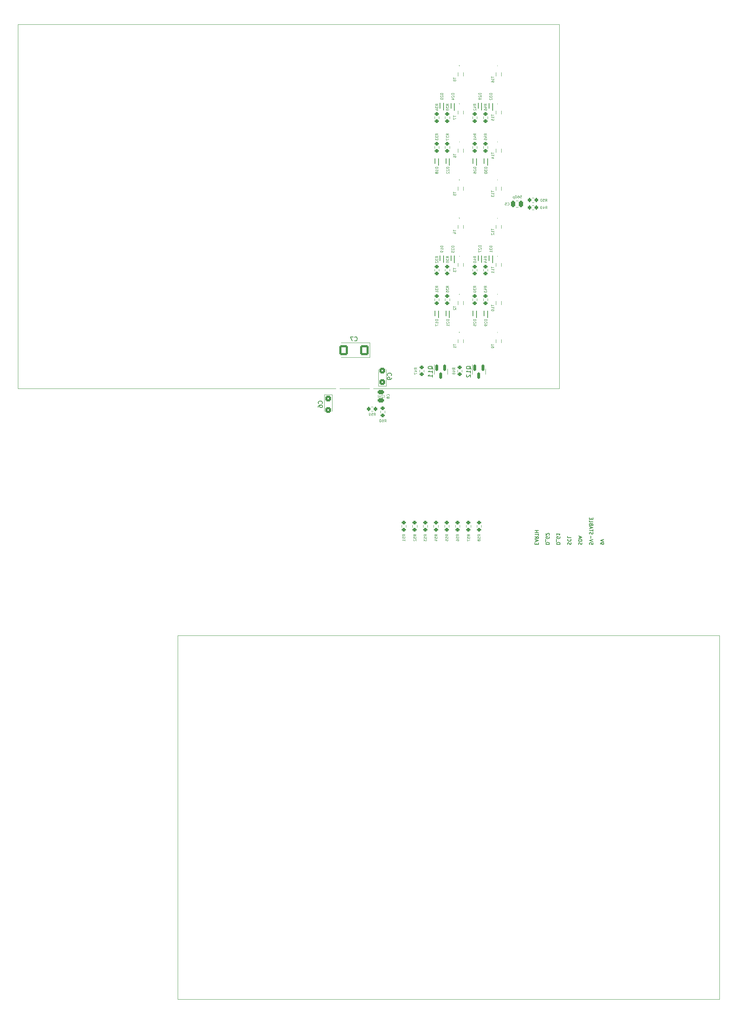
<source format=gbo>
%TF.GenerationSoftware,KiCad,Pcbnew,(6.0.5)*%
%TF.CreationDate,2022-07-12T00:37:25-04:00*%
%TF.ProjectId,grouped,67726f75-7065-4642-9e6b-696361645f70,rev?*%
%TF.SameCoordinates,Original*%
%TF.FileFunction,Legend,Bot*%
%TF.FilePolarity,Positive*%
%FSLAX46Y46*%
G04 Gerber Fmt 4.6, Leading zero omitted, Abs format (unit mm)*
G04 Created by KiCad (PCBNEW (6.0.5)) date 2022-07-12 00:37:25*
%MOMM*%
%LPD*%
G01*
G04 APERTURE LIST*
G04 Aperture macros list*
%AMRoundRect*
0 Rectangle with rounded corners*
0 $1 Rounding radius*
0 $2 $3 $4 $5 $6 $7 $8 $9 X,Y pos of 4 corners*
0 Add a 4 corners polygon primitive as box body*
4,1,4,$2,$3,$4,$5,$6,$7,$8,$9,$2,$3,0*
0 Add four circle primitives for the rounded corners*
1,1,$1+$1,$2,$3*
1,1,$1+$1,$4,$5*
1,1,$1+$1,$6,$7*
1,1,$1+$1,$8,$9*
0 Add four rect primitives between the rounded corners*
20,1,$1+$1,$2,$3,$4,$5,0*
20,1,$1+$1,$4,$5,$6,$7,0*
20,1,$1+$1,$6,$7,$8,$9,0*
20,1,$1+$1,$8,$9,$2,$3,0*%
G04 Aperture macros list end*
%ADD10C,0.100000*%
%ADD11C,0.150000*%
%ADD12C,0.120000*%
%ADD13C,0.200000*%
%ADD14R,1.700000X1.700000*%
%ADD15O,1.700000X1.700000*%
%ADD16C,2.500000*%
%ADD17R,1.600000X1.600000*%
%ADD18O,1.600000X1.600000*%
%ADD19R,1.130000X1.130000*%
%ADD20C,1.130000*%
%ADD21C,5.460000*%
%ADD22R,1.250000X1.000000*%
%ADD23RoundRect,0.200000X0.275000X-0.200000X0.275000X0.200000X-0.275000X0.200000X-0.275000X-0.200000X0*%
%ADD24R,0.420000X0.640000*%
%ADD25RoundRect,0.250000X-0.250000X-0.475000X0.250000X-0.475000X0.250000X0.475000X-0.250000X0.475000X0*%
%ADD26RoundRect,0.250000X0.475000X-0.250000X0.475000X0.250000X-0.475000X0.250000X-0.475000X-0.250000X0*%
%ADD27RoundRect,0.200000X-0.275000X0.200000X-0.275000X-0.200000X0.275000X-0.200000X0.275000X0.200000X0*%
%ADD28RoundRect,0.200000X-0.200000X-0.275000X0.200000X-0.275000X0.200000X0.275000X-0.200000X0.275000X0*%
%ADD29RoundRect,0.150000X-0.150000X0.587500X-0.150000X-0.587500X0.150000X-0.587500X0.150000X0.587500X0*%
%ADD30RoundRect,0.200000X0.200000X0.275000X-0.200000X0.275000X-0.200000X-0.275000X0.200000X-0.275000X0*%
%ADD31RoundRect,0.250000X0.425000X-0.450000X0.425000X0.450000X-0.425000X0.450000X-0.425000X-0.450000X0*%
%ADD32RoundRect,0.250000X-0.425000X0.450000X-0.425000X-0.450000X0.425000X-0.450000X0.425000X0.450000X0*%
%ADD33RoundRect,0.250000X0.787500X0.925000X-0.787500X0.925000X-0.787500X-0.925000X0.787500X-0.925000X0*%
G04 APERTURE END LIST*
D10*
X326421751Y-175800000D02*
X198421751Y-175800000D01*
X198421751Y-175800000D02*
X198421751Y-89800000D01*
X198421751Y-89800000D02*
X326421751Y-89800000D01*
X326421751Y-89800000D02*
X326421751Y-175800000D01*
X236200000Y-234100000D02*
X364200000Y-234100000D01*
X364200000Y-234100000D02*
X364200000Y-320100000D01*
X364200000Y-320100000D02*
X236200000Y-320100000D01*
X236200000Y-320100000D02*
X236200000Y-234100000D01*
D11*
X336097785Y-212573928D02*
X336097785Y-212421547D01*
X336135880Y-212345357D01*
X336173975Y-212307261D01*
X336288261Y-212231071D01*
X336440642Y-212192976D01*
X336745404Y-212192976D01*
X336821594Y-212231071D01*
X336859690Y-212269166D01*
X336897785Y-212345357D01*
X336897785Y-212497738D01*
X336859690Y-212573928D01*
X336821594Y-212612023D01*
X336745404Y-212650119D01*
X336554928Y-212650119D01*
X336478737Y-212612023D01*
X336440642Y-212573928D01*
X336402547Y-212497738D01*
X336402547Y-212345357D01*
X336440642Y-212269166D01*
X336478737Y-212231071D01*
X336554928Y-212192976D01*
X336897785Y-211964404D02*
X336097785Y-211697738D01*
X336897785Y-211431071D01*
X334321785Y-212231071D02*
X334321785Y-212612023D01*
X333940832Y-212650119D01*
X333978928Y-212612023D01*
X334017023Y-212535833D01*
X334017023Y-212345357D01*
X333978928Y-212269166D01*
X333940832Y-212231071D01*
X333864642Y-212192976D01*
X333674166Y-212192976D01*
X333597975Y-212231071D01*
X333559880Y-212269166D01*
X333521785Y-212345357D01*
X333521785Y-212535833D01*
X333559880Y-212612023D01*
X333597975Y-212650119D01*
X334321785Y-211964404D02*
X333521785Y-211697738D01*
X334321785Y-211431071D01*
X333826547Y-211164404D02*
X333826547Y-210554880D01*
X333559880Y-210212023D02*
X333521785Y-210097738D01*
X333521785Y-209907261D01*
X333559880Y-209831071D01*
X333597975Y-209792976D01*
X333674166Y-209754880D01*
X333750356Y-209754880D01*
X333826547Y-209792976D01*
X333864642Y-209831071D01*
X333902737Y-209907261D01*
X333940832Y-210059642D01*
X333978928Y-210135833D01*
X334017023Y-210173928D01*
X334093213Y-210212023D01*
X334169404Y-210212023D01*
X334245594Y-210173928D01*
X334283690Y-210135833D01*
X334321785Y-210059642D01*
X334321785Y-209869166D01*
X334283690Y-209754880D01*
X334321785Y-209526309D02*
X334321785Y-209069166D01*
X333521785Y-209297738D02*
X334321785Y-209297738D01*
X333750356Y-208840595D02*
X333750356Y-208459642D01*
X333521785Y-208916785D02*
X334321785Y-208650119D01*
X333521785Y-208383452D01*
X333940832Y-207850119D02*
X333902737Y-207735833D01*
X333864642Y-207697738D01*
X333788451Y-207659642D01*
X333674166Y-207659642D01*
X333597975Y-207697738D01*
X333559880Y-207735833D01*
X333521785Y-207812023D01*
X333521785Y-208116785D01*
X334321785Y-208116785D01*
X334321785Y-207850119D01*
X334283690Y-207773928D01*
X334245594Y-207735833D01*
X334169404Y-207697738D01*
X334093213Y-207697738D01*
X334017023Y-207735833D01*
X333978928Y-207773928D01*
X333940832Y-207850119D01*
X333940832Y-208116785D01*
X333521785Y-206935833D02*
X333521785Y-207316785D01*
X334321785Y-207316785D01*
X333940832Y-206669166D02*
X333940832Y-206402500D01*
X333521785Y-206288214D02*
X333521785Y-206669166D01*
X334321785Y-206669166D01*
X334321785Y-206288214D01*
X330983880Y-212650119D02*
X330945785Y-212535833D01*
X330945785Y-212345357D01*
X330983880Y-212269166D01*
X331021975Y-212231071D01*
X331098166Y-212192976D01*
X331174356Y-212192976D01*
X331250547Y-212231071D01*
X331288642Y-212269166D01*
X331326737Y-212345357D01*
X331364832Y-212497738D01*
X331402928Y-212573928D01*
X331441023Y-212612023D01*
X331517213Y-212650119D01*
X331593404Y-212650119D01*
X331669594Y-212612023D01*
X331707690Y-212573928D01*
X331745785Y-212497738D01*
X331745785Y-212307261D01*
X331707690Y-212192976D01*
X330945785Y-211850119D02*
X331745785Y-211850119D01*
X331745785Y-211659642D01*
X331707690Y-211545357D01*
X331631499Y-211469166D01*
X331555309Y-211431071D01*
X331402928Y-211392976D01*
X331288642Y-211392976D01*
X331136261Y-211431071D01*
X331060070Y-211469166D01*
X330983880Y-211545357D01*
X330945785Y-211659642D01*
X330945785Y-211850119D01*
X331174356Y-211088214D02*
X331174356Y-210707261D01*
X330945785Y-211164404D02*
X331745785Y-210897738D01*
X330945785Y-210631071D01*
X328407880Y-212650119D02*
X328369785Y-212535833D01*
X328369785Y-212345357D01*
X328407880Y-212269166D01*
X328445975Y-212231071D01*
X328522166Y-212192976D01*
X328598356Y-212192976D01*
X328674547Y-212231071D01*
X328712642Y-212269166D01*
X328750737Y-212345357D01*
X328788832Y-212497738D01*
X328826928Y-212573928D01*
X328865023Y-212612023D01*
X328941213Y-212650119D01*
X329017404Y-212650119D01*
X329093594Y-212612023D01*
X329131690Y-212573928D01*
X329169785Y-212497738D01*
X329169785Y-212307261D01*
X329131690Y-212192976D01*
X328445975Y-211392976D02*
X328407880Y-211431071D01*
X328369785Y-211545357D01*
X328369785Y-211621547D01*
X328407880Y-211735833D01*
X328484070Y-211812023D01*
X328560261Y-211850119D01*
X328712642Y-211888214D01*
X328826928Y-211888214D01*
X328979309Y-211850119D01*
X329055499Y-211812023D01*
X329131690Y-211735833D01*
X329169785Y-211621547D01*
X329169785Y-211545357D01*
X329131690Y-211431071D01*
X329093594Y-211392976D01*
X328369785Y-210669166D02*
X328369785Y-211050119D01*
X329169785Y-211050119D01*
X325793785Y-212612023D02*
X326593785Y-212612023D01*
X326593785Y-212421547D01*
X326555690Y-212307261D01*
X326479499Y-212231071D01*
X326403309Y-212192976D01*
X326250928Y-212154880D01*
X326136642Y-212154880D01*
X325984261Y-212192976D01*
X325908070Y-212231071D01*
X325831880Y-212307261D01*
X325793785Y-212421547D01*
X325793785Y-212612023D01*
X325717594Y-212002500D02*
X325717594Y-211392976D01*
X326555690Y-210783452D02*
X326593785Y-210859642D01*
X326593785Y-210973928D01*
X326555690Y-211088214D01*
X326479499Y-211164404D01*
X326403309Y-211202500D01*
X326250928Y-211240595D01*
X326136642Y-211240595D01*
X325984261Y-211202500D01*
X325908070Y-211164404D01*
X325831880Y-211088214D01*
X325793785Y-210973928D01*
X325793785Y-210897738D01*
X325831880Y-210783452D01*
X325869975Y-210745357D01*
X326136642Y-210745357D01*
X326136642Y-210897738D01*
X325793785Y-209983452D02*
X325793785Y-210440595D01*
X325793785Y-210212023D02*
X326593785Y-210212023D01*
X326479499Y-210288214D01*
X326403309Y-210364404D01*
X326365213Y-210440595D01*
X323217785Y-212612023D02*
X324017785Y-212612023D01*
X324017785Y-212421547D01*
X323979690Y-212307261D01*
X323903499Y-212231071D01*
X323827309Y-212192976D01*
X323674928Y-212154880D01*
X323560642Y-212154880D01*
X323408261Y-212192976D01*
X323332070Y-212231071D01*
X323255880Y-212307261D01*
X323217785Y-212421547D01*
X323217785Y-212612023D01*
X323141594Y-212002500D02*
X323141594Y-211392976D01*
X323979690Y-210783452D02*
X324017785Y-210859642D01*
X324017785Y-210973928D01*
X323979690Y-211088214D01*
X323903499Y-211164404D01*
X323827309Y-211202500D01*
X323674928Y-211240595D01*
X323560642Y-211240595D01*
X323408261Y-211202500D01*
X323332070Y-211164404D01*
X323255880Y-211088214D01*
X323217785Y-210973928D01*
X323217785Y-210897738D01*
X323255880Y-210783452D01*
X323293975Y-210745357D01*
X323560642Y-210745357D01*
X323560642Y-210897738D01*
X323941594Y-210440595D02*
X323979690Y-210402500D01*
X324017785Y-210326309D01*
X324017785Y-210135833D01*
X323979690Y-210059642D01*
X323941594Y-210021547D01*
X323865404Y-209983452D01*
X323789213Y-209983452D01*
X323674928Y-210021547D01*
X323217785Y-210478690D01*
X323217785Y-209983452D01*
X321060832Y-212612023D02*
X321060832Y-212345357D01*
X320641785Y-212231071D02*
X320641785Y-212612023D01*
X321441785Y-212612023D01*
X321441785Y-212231071D01*
X320870356Y-211926309D02*
X320870356Y-211545357D01*
X320641785Y-212002500D02*
X321441785Y-211735833D01*
X320641785Y-211469166D01*
X320641785Y-210745357D02*
X321022737Y-211012023D01*
X320641785Y-211202500D02*
X321441785Y-211202500D01*
X321441785Y-210897738D01*
X321403690Y-210821547D01*
X321365594Y-210783452D01*
X321289404Y-210745357D01*
X321175118Y-210745357D01*
X321098928Y-210783452D01*
X321060832Y-210821547D01*
X321022737Y-210897738D01*
X321022737Y-211202500D01*
X321441785Y-210516785D02*
X321441785Y-210059642D01*
X320641785Y-210288214D02*
X321441785Y-210288214D01*
X320641785Y-209792976D02*
X321441785Y-209792976D01*
X321060832Y-209792976D02*
X321060832Y-209335833D01*
X320641785Y-209335833D02*
X321441785Y-209335833D01*
D10*
X301313179Y-102302857D02*
X301313179Y-102645714D01*
X301913179Y-102474285D02*
X301313179Y-102474285D01*
X301570322Y-102931428D02*
X301541751Y-102874285D01*
X301513179Y-102845714D01*
X301456036Y-102817142D01*
X301427465Y-102817142D01*
X301370322Y-102845714D01*
X301341751Y-102874285D01*
X301313179Y-102931428D01*
X301313179Y-103045714D01*
X301341751Y-103102857D01*
X301370322Y-103131428D01*
X301427465Y-103160000D01*
X301456036Y-103160000D01*
X301513179Y-103131428D01*
X301541751Y-103102857D01*
X301570322Y-103045714D01*
X301570322Y-102931428D01*
X301598893Y-102874285D01*
X301627465Y-102845714D01*
X301684608Y-102817142D01*
X301798893Y-102817142D01*
X301856036Y-102845714D01*
X301884608Y-102874285D01*
X301913179Y-102931428D01*
X301913179Y-103045714D01*
X301884608Y-103102857D01*
X301856036Y-103131428D01*
X301798893Y-103160000D01*
X301684608Y-103160000D01*
X301627465Y-103131428D01*
X301598893Y-103102857D01*
X301570322Y-103045714D01*
X297693179Y-108914285D02*
X297407465Y-108714285D01*
X297693179Y-108571428D02*
X297093179Y-108571428D01*
X297093179Y-108800000D01*
X297121751Y-108857142D01*
X297150322Y-108885714D01*
X297207465Y-108914285D01*
X297293179Y-108914285D01*
X297350322Y-108885714D01*
X297378893Y-108857142D01*
X297407465Y-108800000D01*
X297407465Y-108571428D01*
X297093179Y-109114285D02*
X297093179Y-109485714D01*
X297321751Y-109285714D01*
X297321751Y-109371428D01*
X297350322Y-109428571D01*
X297378893Y-109457142D01*
X297436036Y-109485714D01*
X297578893Y-109485714D01*
X297636036Y-109457142D01*
X297664608Y-109428571D01*
X297693179Y-109371428D01*
X297693179Y-109200000D01*
X297664608Y-109142857D01*
X297636036Y-109114285D01*
X297293179Y-110000000D02*
X297693179Y-110000000D01*
X297064608Y-109857142D02*
X297493179Y-109714285D01*
X297493179Y-110085714D01*
X306693179Y-159471428D02*
X306093179Y-159471428D01*
X306093179Y-159614285D01*
X306121751Y-159700000D01*
X306178893Y-159757142D01*
X306236036Y-159785714D01*
X306350322Y-159814285D01*
X306436036Y-159814285D01*
X306550322Y-159785714D01*
X306607465Y-159757142D01*
X306664608Y-159700000D01*
X306693179Y-159614285D01*
X306693179Y-159471428D01*
X306150322Y-160042857D02*
X306121751Y-160071428D01*
X306093179Y-160128571D01*
X306093179Y-160271428D01*
X306121751Y-160328571D01*
X306150322Y-160357142D01*
X306207465Y-160385714D01*
X306264608Y-160385714D01*
X306350322Y-160357142D01*
X306693179Y-160014285D01*
X306693179Y-160385714D01*
X306093179Y-160928571D02*
X306093179Y-160642857D01*
X306378893Y-160614285D01*
X306350322Y-160642857D01*
X306321751Y-160700000D01*
X306321751Y-160842857D01*
X306350322Y-160900000D01*
X306378893Y-160928571D01*
X306436036Y-160957142D01*
X306578893Y-160957142D01*
X306636036Y-160928571D01*
X306664608Y-160900000D01*
X306693179Y-160842857D01*
X306693179Y-160700000D01*
X306664608Y-160642857D01*
X306636036Y-160614285D01*
X307693179Y-210614285D02*
X307407465Y-210414285D01*
X307693179Y-210271428D02*
X307093179Y-210271428D01*
X307093179Y-210500000D01*
X307121751Y-210557142D01*
X307150322Y-210585714D01*
X307207465Y-210614285D01*
X307293179Y-210614285D01*
X307350322Y-210585714D01*
X307378893Y-210557142D01*
X307407465Y-210500000D01*
X307407465Y-210271428D01*
X307093179Y-211157142D02*
X307093179Y-210871428D01*
X307378893Y-210842857D01*
X307350322Y-210871428D01*
X307321751Y-210928571D01*
X307321751Y-211071428D01*
X307350322Y-211128571D01*
X307378893Y-211157142D01*
X307436036Y-211185714D01*
X307578893Y-211185714D01*
X307636036Y-211157142D01*
X307664608Y-211128571D01*
X307693179Y-211071428D01*
X307693179Y-210928571D01*
X307664608Y-210871428D01*
X307636036Y-210842857D01*
X307350322Y-211528571D02*
X307321751Y-211471428D01*
X307293179Y-211442857D01*
X307236036Y-211414285D01*
X307207465Y-211414285D01*
X307150322Y-211442857D01*
X307121751Y-211471428D01*
X307093179Y-211528571D01*
X307093179Y-211642857D01*
X307121751Y-211700000D01*
X307150322Y-211728571D01*
X307207465Y-211757142D01*
X307236036Y-211757142D01*
X307293179Y-211728571D01*
X307321751Y-211700000D01*
X307350322Y-211642857D01*
X307350322Y-211528571D01*
X307378893Y-211471428D01*
X307407465Y-211442857D01*
X307464608Y-211414285D01*
X307578893Y-211414285D01*
X307636036Y-211442857D01*
X307664608Y-211471428D01*
X307693179Y-211528571D01*
X307693179Y-211642857D01*
X307664608Y-211700000D01*
X307636036Y-211728571D01*
X307578893Y-211757142D01*
X307464608Y-211757142D01*
X307407465Y-211728571D01*
X307378893Y-211700000D01*
X307350322Y-211642857D01*
X297693179Y-123471428D02*
X297093179Y-123471428D01*
X297093179Y-123614285D01*
X297121751Y-123700000D01*
X297178893Y-123757142D01*
X297236036Y-123785714D01*
X297350322Y-123814285D01*
X297436036Y-123814285D01*
X297550322Y-123785714D01*
X297607465Y-123757142D01*
X297664608Y-123700000D01*
X297693179Y-123614285D01*
X297693179Y-123471428D01*
X297693179Y-124385714D02*
X297693179Y-124042857D01*
X297693179Y-124214285D02*
X297093179Y-124214285D01*
X297178893Y-124157142D01*
X297236036Y-124100000D01*
X297264608Y-124042857D01*
X297350322Y-124728571D02*
X297321751Y-124671428D01*
X297293179Y-124642857D01*
X297236036Y-124614285D01*
X297207465Y-124614285D01*
X297150322Y-124642857D01*
X297121751Y-124671428D01*
X297093179Y-124728571D01*
X297093179Y-124842857D01*
X297121751Y-124900000D01*
X297150322Y-124928571D01*
X297207465Y-124957142D01*
X297236036Y-124957142D01*
X297293179Y-124928571D01*
X297321751Y-124900000D01*
X297350322Y-124842857D01*
X297350322Y-124728571D01*
X297378893Y-124671428D01*
X297407465Y-124642857D01*
X297464608Y-124614285D01*
X297578893Y-124614285D01*
X297636036Y-124642857D01*
X297664608Y-124671428D01*
X297693179Y-124728571D01*
X297693179Y-124842857D01*
X297664608Y-124900000D01*
X297636036Y-124928571D01*
X297578893Y-124957142D01*
X297464608Y-124957142D01*
X297407465Y-124928571D01*
X297378893Y-124900000D01*
X297350322Y-124842857D01*
X297493179Y-210614285D02*
X297207465Y-210414285D01*
X297493179Y-210271428D02*
X296893179Y-210271428D01*
X296893179Y-210500000D01*
X296921751Y-210557142D01*
X296950322Y-210585714D01*
X297007465Y-210614285D01*
X297093179Y-210614285D01*
X297150322Y-210585714D01*
X297178893Y-210557142D01*
X297207465Y-210500000D01*
X297207465Y-210271428D01*
X296893179Y-211157142D02*
X296893179Y-210871428D01*
X297178893Y-210842857D01*
X297150322Y-210871428D01*
X297121751Y-210928571D01*
X297121751Y-211071428D01*
X297150322Y-211128571D01*
X297178893Y-211157142D01*
X297236036Y-211185714D01*
X297378893Y-211185714D01*
X297436036Y-211157142D01*
X297464608Y-211128571D01*
X297493179Y-211071428D01*
X297493179Y-210928571D01*
X297464608Y-210871428D01*
X297436036Y-210842857D01*
X297093179Y-211700000D02*
X297493179Y-211700000D01*
X296864608Y-211557142D02*
X297293179Y-211414285D01*
X297293179Y-211785714D01*
X300293179Y-159471428D02*
X299693179Y-159471428D01*
X299693179Y-159614285D01*
X299721751Y-159700000D01*
X299778893Y-159757142D01*
X299836036Y-159785714D01*
X299950322Y-159814285D01*
X300036036Y-159814285D01*
X300150322Y-159785714D01*
X300207465Y-159757142D01*
X300264608Y-159700000D01*
X300293179Y-159614285D01*
X300293179Y-159471428D01*
X299750322Y-160042857D02*
X299721751Y-160071428D01*
X299693179Y-160128571D01*
X299693179Y-160271428D01*
X299721751Y-160328571D01*
X299750322Y-160357142D01*
X299807465Y-160385714D01*
X299864608Y-160385714D01*
X299950322Y-160357142D01*
X300293179Y-160014285D01*
X300293179Y-160385714D01*
X300293179Y-160957142D02*
X300293179Y-160614285D01*
X300293179Y-160785714D02*
X299693179Y-160785714D01*
X299778893Y-160728571D01*
X299836036Y-160671428D01*
X299864608Y-160614285D01*
X310493179Y-142071428D02*
X309893179Y-142071428D01*
X309893179Y-142214285D01*
X309921751Y-142300000D01*
X309978893Y-142357142D01*
X310036036Y-142385714D01*
X310150322Y-142414285D01*
X310236036Y-142414285D01*
X310350322Y-142385714D01*
X310407465Y-142357142D01*
X310464608Y-142300000D01*
X310493179Y-142214285D01*
X310493179Y-142071428D01*
X309893179Y-142614285D02*
X309893179Y-142985714D01*
X310121751Y-142785714D01*
X310121751Y-142871428D01*
X310150322Y-142928571D01*
X310178893Y-142957142D01*
X310236036Y-142985714D01*
X310378893Y-142985714D01*
X310436036Y-142957142D01*
X310464608Y-142928571D01*
X310493179Y-142871428D01*
X310493179Y-142700000D01*
X310464608Y-142642857D01*
X310436036Y-142614285D01*
X310493179Y-143557142D02*
X310493179Y-143214285D01*
X310493179Y-143385714D02*
X309893179Y-143385714D01*
X309978893Y-143328571D01*
X310036036Y-143271428D01*
X310064608Y-143214285D01*
X301313179Y-165302857D02*
X301313179Y-165645714D01*
X301913179Y-165474285D02*
X301313179Y-165474285D01*
X301913179Y-166160000D02*
X301913179Y-165817142D01*
X301913179Y-165988571D02*
X301313179Y-165988571D01*
X301398893Y-165931428D01*
X301456036Y-165874285D01*
X301484608Y-165817142D01*
X314121751Y-132414285D02*
X314150322Y-132442857D01*
X314236036Y-132471428D01*
X314293179Y-132471428D01*
X314378893Y-132442857D01*
X314436036Y-132385714D01*
X314464608Y-132328571D01*
X314493179Y-132214285D01*
X314493179Y-132128571D01*
X314464608Y-132014285D01*
X314436036Y-131957142D01*
X314378893Y-131900000D01*
X314293179Y-131871428D01*
X314236036Y-131871428D01*
X314150322Y-131900000D01*
X314121751Y-131928571D01*
X313578893Y-131871428D02*
X313864608Y-131871428D01*
X313893179Y-132157142D01*
X313864608Y-132128571D01*
X313807465Y-132100000D01*
X313664608Y-132100000D01*
X313607465Y-132128571D01*
X313578893Y-132157142D01*
X313550322Y-132214285D01*
X313550322Y-132357142D01*
X313578893Y-132414285D01*
X313607465Y-132442857D01*
X313664608Y-132471428D01*
X313807465Y-132471428D01*
X313864608Y-132442857D01*
X313893179Y-132414285D01*
X317121751Y-130191428D02*
X317407465Y-130191428D01*
X317436036Y-130477142D01*
X317407465Y-130448571D01*
X317350322Y-130420000D01*
X317207465Y-130420000D01*
X317150322Y-130448571D01*
X317121751Y-130477142D01*
X317093179Y-130534285D01*
X317093179Y-130677142D01*
X317121751Y-130734285D01*
X317150322Y-130762857D01*
X317207465Y-130791428D01*
X317350322Y-130791428D01*
X317407465Y-130762857D01*
X317436036Y-130734285D01*
X316578893Y-130191428D02*
X316693179Y-130191428D01*
X316750322Y-130220000D01*
X316778893Y-130248571D01*
X316836036Y-130334285D01*
X316864608Y-130448571D01*
X316864608Y-130677142D01*
X316836036Y-130734285D01*
X316807465Y-130762857D01*
X316750322Y-130791428D01*
X316636036Y-130791428D01*
X316578893Y-130762857D01*
X316550322Y-130734285D01*
X316521751Y-130677142D01*
X316521751Y-130534285D01*
X316550322Y-130477142D01*
X316578893Y-130448571D01*
X316636036Y-130420000D01*
X316750322Y-130420000D01*
X316807465Y-130448571D01*
X316836036Y-130477142D01*
X316864608Y-130534285D01*
X316150322Y-130191428D02*
X316093179Y-130191428D01*
X316036036Y-130220000D01*
X316007465Y-130248571D01*
X315978893Y-130305714D01*
X315950322Y-130420000D01*
X315950322Y-130562857D01*
X315978893Y-130677142D01*
X316007465Y-130734285D01*
X316036036Y-130762857D01*
X316093179Y-130791428D01*
X316150322Y-130791428D01*
X316207465Y-130762857D01*
X316236036Y-130734285D01*
X316264608Y-130677142D01*
X316293179Y-130562857D01*
X316293179Y-130420000D01*
X316264608Y-130305714D01*
X316236036Y-130248571D01*
X316207465Y-130220000D01*
X316150322Y-130191428D01*
X315693179Y-130391428D02*
X315693179Y-130991428D01*
X315693179Y-130420000D02*
X315636036Y-130391428D01*
X315521751Y-130391428D01*
X315464608Y-130420000D01*
X315436036Y-130448571D01*
X315407465Y-130505714D01*
X315407465Y-130677142D01*
X315436036Y-130734285D01*
X315464608Y-130762857D01*
X315521751Y-130791428D01*
X315636036Y-130791428D01*
X315693179Y-130762857D01*
X286146036Y-177510000D02*
X286174608Y-177481428D01*
X286203179Y-177395714D01*
X286203179Y-177338571D01*
X286174608Y-177252857D01*
X286117465Y-177195714D01*
X286060322Y-177167142D01*
X285946036Y-177138571D01*
X285860322Y-177138571D01*
X285746036Y-177167142D01*
X285688893Y-177195714D01*
X285631751Y-177252857D01*
X285603179Y-177338571D01*
X285603179Y-177395714D01*
X285631751Y-177481428D01*
X285660322Y-177510000D01*
X285860322Y-177852857D02*
X285831751Y-177795714D01*
X285803179Y-177767142D01*
X285746036Y-177738571D01*
X285717465Y-177738571D01*
X285660322Y-177767142D01*
X285631751Y-177795714D01*
X285603179Y-177852857D01*
X285603179Y-177967142D01*
X285631751Y-178024285D01*
X285660322Y-178052857D01*
X285717465Y-178081428D01*
X285746036Y-178081428D01*
X285803179Y-178052857D01*
X285831751Y-178024285D01*
X285860322Y-177967142D01*
X285860322Y-177852857D01*
X285888893Y-177795714D01*
X285917465Y-177767142D01*
X285974608Y-177738571D01*
X286088893Y-177738571D01*
X286146036Y-177767142D01*
X286174608Y-177795714D01*
X286203179Y-177852857D01*
X286203179Y-177967142D01*
X286174608Y-178024285D01*
X286146036Y-178052857D01*
X286088893Y-178081428D01*
X285974608Y-178081428D01*
X285917465Y-178052857D01*
X285888893Y-178024285D01*
X285860322Y-177967142D01*
X284694608Y-177338571D02*
X284666036Y-177310000D01*
X284608893Y-177281428D01*
X284466036Y-177281428D01*
X284408893Y-177310000D01*
X284380322Y-177338571D01*
X284351751Y-177395714D01*
X284351751Y-177452857D01*
X284380322Y-177538571D01*
X284723179Y-177881428D01*
X284351751Y-177881428D01*
X284094608Y-177481428D02*
X284094608Y-177881428D01*
X284094608Y-177538571D02*
X284066036Y-177510000D01*
X284008893Y-177481428D01*
X283923179Y-177481428D01*
X283866036Y-177510000D01*
X283837465Y-177567142D01*
X283837465Y-177881428D01*
X310313179Y-165302857D02*
X310313179Y-165645714D01*
X310913179Y-165474285D02*
X310313179Y-165474285D01*
X310913179Y-165874285D02*
X310913179Y-165988571D01*
X310884608Y-166045714D01*
X310856036Y-166074285D01*
X310770322Y-166131428D01*
X310656036Y-166160000D01*
X310427465Y-166160000D01*
X310370322Y-166131428D01*
X310341751Y-166102857D01*
X310313179Y-166045714D01*
X310313179Y-165931428D01*
X310341751Y-165874285D01*
X310370322Y-165845714D01*
X310427465Y-165817142D01*
X310570322Y-165817142D01*
X310627465Y-165845714D01*
X310656036Y-165874285D01*
X310684608Y-165931428D01*
X310684608Y-166045714D01*
X310656036Y-166102857D01*
X310627465Y-166131428D01*
X310570322Y-166160000D01*
X292713179Y-171239285D02*
X292427465Y-171039285D01*
X292713179Y-170896428D02*
X292113179Y-170896428D01*
X292113179Y-171125000D01*
X292141751Y-171182142D01*
X292170322Y-171210714D01*
X292227465Y-171239285D01*
X292313179Y-171239285D01*
X292370322Y-171210714D01*
X292398893Y-171182142D01*
X292427465Y-171125000D01*
X292427465Y-170896428D01*
X292313179Y-171753571D02*
X292713179Y-171753571D01*
X292084608Y-171610714D02*
X292513179Y-171467857D01*
X292513179Y-171839285D01*
X292113179Y-172010714D02*
X292113179Y-172410714D01*
X292713179Y-172153571D01*
X301313179Y-138302857D02*
X301313179Y-138645714D01*
X301913179Y-138474285D02*
X301313179Y-138474285D01*
X301513179Y-139102857D02*
X301913179Y-139102857D01*
X301284608Y-138960000D02*
X301713179Y-138817142D01*
X301713179Y-139188571D01*
X309293179Y-159471428D02*
X308693179Y-159471428D01*
X308693179Y-159614285D01*
X308721751Y-159700000D01*
X308778893Y-159757142D01*
X308836036Y-159785714D01*
X308950322Y-159814285D01*
X309036036Y-159814285D01*
X309150322Y-159785714D01*
X309207465Y-159757142D01*
X309264608Y-159700000D01*
X309293179Y-159614285D01*
X309293179Y-159471428D01*
X308750322Y-160042857D02*
X308721751Y-160071428D01*
X308693179Y-160128571D01*
X308693179Y-160271428D01*
X308721751Y-160328571D01*
X308750322Y-160357142D01*
X308807465Y-160385714D01*
X308864608Y-160385714D01*
X308950322Y-160357142D01*
X309293179Y-160014285D01*
X309293179Y-160385714D01*
X309293179Y-160671428D02*
X309293179Y-160785714D01*
X309264608Y-160842857D01*
X309236036Y-160871428D01*
X309150322Y-160928571D01*
X309036036Y-160957142D01*
X308807465Y-160957142D01*
X308750322Y-160928571D01*
X308721751Y-160900000D01*
X308693179Y-160842857D01*
X308693179Y-160728571D01*
X308721751Y-160671428D01*
X308750322Y-160642857D01*
X308807465Y-160614285D01*
X308950322Y-160614285D01*
X309007465Y-160642857D01*
X309036036Y-160671428D01*
X309064608Y-160728571D01*
X309064608Y-160842857D01*
X309036036Y-160900000D01*
X309007465Y-160928571D01*
X308950322Y-160957142D01*
X301313179Y-129302857D02*
X301313179Y-129645714D01*
X301913179Y-129474285D02*
X301313179Y-129474285D01*
X301313179Y-130131428D02*
X301313179Y-129845714D01*
X301598893Y-129817142D01*
X301570322Y-129845714D01*
X301541751Y-129902857D01*
X301541751Y-130045714D01*
X301570322Y-130102857D01*
X301598893Y-130131428D01*
X301656036Y-130160000D01*
X301798893Y-130160000D01*
X301856036Y-130131428D01*
X301884608Y-130102857D01*
X301913179Y-130045714D01*
X301913179Y-129902857D01*
X301884608Y-129845714D01*
X301856036Y-129817142D01*
X300193179Y-115914285D02*
X299907465Y-115714285D01*
X300193179Y-115571428D02*
X299593179Y-115571428D01*
X299593179Y-115800000D01*
X299621751Y-115857142D01*
X299650322Y-115885714D01*
X299707465Y-115914285D01*
X299793179Y-115914285D01*
X299850322Y-115885714D01*
X299878893Y-115857142D01*
X299907465Y-115800000D01*
X299907465Y-115571428D01*
X299593179Y-116114285D02*
X299593179Y-116485714D01*
X299821751Y-116285714D01*
X299821751Y-116371428D01*
X299850322Y-116428571D01*
X299878893Y-116457142D01*
X299936036Y-116485714D01*
X300078893Y-116485714D01*
X300136036Y-116457142D01*
X300164608Y-116428571D01*
X300193179Y-116371428D01*
X300193179Y-116200000D01*
X300164608Y-116142857D01*
X300136036Y-116114285D01*
X299593179Y-116685714D02*
X299593179Y-117085714D01*
X300193179Y-116828571D01*
X323057465Y-131571428D02*
X323257465Y-131285714D01*
X323400322Y-131571428D02*
X323400322Y-130971428D01*
X323171751Y-130971428D01*
X323114608Y-131000000D01*
X323086036Y-131028571D01*
X323057465Y-131085714D01*
X323057465Y-131171428D01*
X323086036Y-131228571D01*
X323114608Y-131257142D01*
X323171751Y-131285714D01*
X323400322Y-131285714D01*
X322514608Y-130971428D02*
X322800322Y-130971428D01*
X322828893Y-131257142D01*
X322800322Y-131228571D01*
X322743179Y-131200000D01*
X322600322Y-131200000D01*
X322543179Y-131228571D01*
X322514608Y-131257142D01*
X322486036Y-131314285D01*
X322486036Y-131457142D01*
X322514608Y-131514285D01*
X322543179Y-131542857D01*
X322600322Y-131571428D01*
X322743179Y-131571428D01*
X322800322Y-131542857D01*
X322828893Y-131514285D01*
X322114608Y-130971428D02*
X322057465Y-130971428D01*
X322000322Y-131000000D01*
X321971751Y-131028571D01*
X321943179Y-131085714D01*
X321914608Y-131200000D01*
X321914608Y-131342857D01*
X321943179Y-131457142D01*
X321971751Y-131514285D01*
X322000322Y-131542857D01*
X322057465Y-131571428D01*
X322114608Y-131571428D01*
X322171751Y-131542857D01*
X322200322Y-131514285D01*
X322228893Y-131457142D01*
X322257465Y-131342857D01*
X322257465Y-131200000D01*
X322228893Y-131085714D01*
X322200322Y-131028571D01*
X322171751Y-131000000D01*
X322114608Y-130971428D01*
D11*
X296519370Y-171228571D02*
X296471751Y-171133333D01*
X296376512Y-171038095D01*
X296233655Y-170895238D01*
X296186036Y-170800000D01*
X296186036Y-170704761D01*
X296424131Y-170752380D02*
X296376512Y-170657142D01*
X296281274Y-170561904D01*
X296090798Y-170514285D01*
X295757465Y-170514285D01*
X295566989Y-170561904D01*
X295471751Y-170657142D01*
X295424131Y-170752380D01*
X295424131Y-170942857D01*
X295471751Y-171038095D01*
X295566989Y-171133333D01*
X295757465Y-171180952D01*
X296090798Y-171180952D01*
X296281274Y-171133333D01*
X296376512Y-171038095D01*
X296424131Y-170942857D01*
X296424131Y-170752380D01*
X296424131Y-172133333D02*
X296424131Y-171561904D01*
X296424131Y-171847619D02*
X295424131Y-171847619D01*
X295566989Y-171752380D01*
X295662227Y-171657142D01*
X295709846Y-171561904D01*
X296424131Y-173085714D02*
X296424131Y-172514285D01*
X296424131Y-172800000D02*
X295424131Y-172800000D01*
X295566989Y-172704761D01*
X295662227Y-172609523D01*
X295709846Y-172514285D01*
D10*
X300193179Y-108914285D02*
X299907465Y-108714285D01*
X300193179Y-108571428D02*
X299593179Y-108571428D01*
X299593179Y-108800000D01*
X299621751Y-108857142D01*
X299650322Y-108885714D01*
X299707465Y-108914285D01*
X299793179Y-108914285D01*
X299850322Y-108885714D01*
X299878893Y-108857142D01*
X299907465Y-108800000D01*
X299907465Y-108571428D01*
X299593179Y-109114285D02*
X299593179Y-109485714D01*
X299821751Y-109285714D01*
X299821751Y-109371428D01*
X299850322Y-109428571D01*
X299878893Y-109457142D01*
X299936036Y-109485714D01*
X300078893Y-109485714D01*
X300136036Y-109457142D01*
X300164608Y-109428571D01*
X300193179Y-109371428D01*
X300193179Y-109200000D01*
X300164608Y-109142857D01*
X300136036Y-109114285D01*
X299850322Y-109828571D02*
X299821751Y-109771428D01*
X299793179Y-109742857D01*
X299736036Y-109714285D01*
X299707465Y-109714285D01*
X299650322Y-109742857D01*
X299621751Y-109771428D01*
X299593179Y-109828571D01*
X299593179Y-109942857D01*
X299621751Y-110000000D01*
X299650322Y-110028571D01*
X299707465Y-110057142D01*
X299736036Y-110057142D01*
X299793179Y-110028571D01*
X299821751Y-110000000D01*
X299850322Y-109942857D01*
X299850322Y-109828571D01*
X299878893Y-109771428D01*
X299907465Y-109742857D01*
X299964608Y-109714285D01*
X300078893Y-109714285D01*
X300136036Y-109742857D01*
X300164608Y-109771428D01*
X300193179Y-109828571D01*
X300193179Y-109942857D01*
X300164608Y-110000000D01*
X300136036Y-110028571D01*
X300078893Y-110057142D01*
X299964608Y-110057142D01*
X299907465Y-110028571D01*
X299878893Y-110000000D01*
X299850322Y-109942857D01*
X310313179Y-129017142D02*
X310313179Y-129360000D01*
X310913179Y-129188571D02*
X310313179Y-129188571D01*
X310913179Y-129874285D02*
X310913179Y-129531428D01*
X310913179Y-129702857D02*
X310313179Y-129702857D01*
X310398893Y-129645714D01*
X310456036Y-129588571D01*
X310484608Y-129531428D01*
X310313179Y-130074285D02*
X310313179Y-130445714D01*
X310541751Y-130245714D01*
X310541751Y-130331428D01*
X310570322Y-130388571D01*
X310598893Y-130417142D01*
X310656036Y-130445714D01*
X310798893Y-130445714D01*
X310856036Y-130417142D01*
X310884608Y-130388571D01*
X310913179Y-130331428D01*
X310913179Y-130160000D01*
X310884608Y-130102857D01*
X310856036Y-130074285D01*
X301313179Y-147302857D02*
X301313179Y-147645714D01*
X301913179Y-147474285D02*
X301313179Y-147474285D01*
X301313179Y-147788571D02*
X301313179Y-148160000D01*
X301541751Y-147960000D01*
X301541751Y-148045714D01*
X301570322Y-148102857D01*
X301598893Y-148131428D01*
X301656036Y-148160000D01*
X301798893Y-148160000D01*
X301856036Y-148131428D01*
X301884608Y-148102857D01*
X301913179Y-148045714D01*
X301913179Y-147874285D01*
X301884608Y-147817142D01*
X301856036Y-147788571D01*
X309193179Y-115914285D02*
X308907465Y-115714285D01*
X309193179Y-115571428D02*
X308593179Y-115571428D01*
X308593179Y-115800000D01*
X308621751Y-115857142D01*
X308650322Y-115885714D01*
X308707465Y-115914285D01*
X308793179Y-115914285D01*
X308850322Y-115885714D01*
X308878893Y-115857142D01*
X308907465Y-115800000D01*
X308907465Y-115571428D01*
X308793179Y-116428571D02*
X309193179Y-116428571D01*
X308564608Y-116285714D02*
X308993179Y-116142857D01*
X308993179Y-116514285D01*
X308593179Y-117028571D02*
X308593179Y-116742857D01*
X308878893Y-116714285D01*
X308850322Y-116742857D01*
X308821751Y-116800000D01*
X308821751Y-116942857D01*
X308850322Y-117000000D01*
X308878893Y-117028571D01*
X308936036Y-117057142D01*
X309078893Y-117057142D01*
X309136036Y-117028571D01*
X309164608Y-117000000D01*
X309193179Y-116942857D01*
X309193179Y-116800000D01*
X309164608Y-116742857D01*
X309136036Y-116714285D01*
X306693179Y-115914285D02*
X306407465Y-115714285D01*
X306693179Y-115571428D02*
X306093179Y-115571428D01*
X306093179Y-115800000D01*
X306121751Y-115857142D01*
X306150322Y-115885714D01*
X306207465Y-115914285D01*
X306293179Y-115914285D01*
X306350322Y-115885714D01*
X306378893Y-115857142D01*
X306407465Y-115800000D01*
X306407465Y-115571428D01*
X306293179Y-116428571D02*
X306693179Y-116428571D01*
X306064608Y-116285714D02*
X306493179Y-116142857D01*
X306493179Y-116514285D01*
X306693179Y-117057142D02*
X306693179Y-116714285D01*
X306693179Y-116885714D02*
X306093179Y-116885714D01*
X306178893Y-116828571D01*
X306236036Y-116771428D01*
X306264608Y-116714285D01*
X305193179Y-210614285D02*
X304907465Y-210414285D01*
X305193179Y-210271428D02*
X304593179Y-210271428D01*
X304593179Y-210500000D01*
X304621751Y-210557142D01*
X304650322Y-210585714D01*
X304707465Y-210614285D01*
X304793179Y-210614285D01*
X304850322Y-210585714D01*
X304878893Y-210557142D01*
X304907465Y-210500000D01*
X304907465Y-210271428D01*
X304593179Y-211157142D02*
X304593179Y-210871428D01*
X304878893Y-210842857D01*
X304850322Y-210871428D01*
X304821751Y-210928571D01*
X304821751Y-211071428D01*
X304850322Y-211128571D01*
X304878893Y-211157142D01*
X304936036Y-211185714D01*
X305078893Y-211185714D01*
X305136036Y-211157142D01*
X305164608Y-211128571D01*
X305193179Y-211071428D01*
X305193179Y-210928571D01*
X305164608Y-210871428D01*
X305136036Y-210842857D01*
X304593179Y-211385714D02*
X304593179Y-211785714D01*
X305193179Y-211528571D01*
X306693179Y-151914285D02*
X306407465Y-151714285D01*
X306693179Y-151571428D02*
X306093179Y-151571428D01*
X306093179Y-151800000D01*
X306121751Y-151857142D01*
X306150322Y-151885714D01*
X306207465Y-151914285D01*
X306293179Y-151914285D01*
X306350322Y-151885714D01*
X306378893Y-151857142D01*
X306407465Y-151800000D01*
X306407465Y-151571428D01*
X306093179Y-152114285D02*
X306093179Y-152485714D01*
X306321751Y-152285714D01*
X306321751Y-152371428D01*
X306350322Y-152428571D01*
X306378893Y-152457142D01*
X306436036Y-152485714D01*
X306578893Y-152485714D01*
X306636036Y-152457142D01*
X306664608Y-152428571D01*
X306693179Y-152371428D01*
X306693179Y-152200000D01*
X306664608Y-152142857D01*
X306636036Y-152114285D01*
X306693179Y-152771428D02*
X306693179Y-152885714D01*
X306664608Y-152942857D01*
X306636036Y-152971428D01*
X306550322Y-153028571D01*
X306436036Y-153057142D01*
X306207465Y-153057142D01*
X306150322Y-153028571D01*
X306121751Y-153000000D01*
X306093179Y-152942857D01*
X306093179Y-152828571D01*
X306121751Y-152771428D01*
X306150322Y-152742857D01*
X306207465Y-152714285D01*
X306350322Y-152714285D01*
X306407465Y-152742857D01*
X306436036Y-152771428D01*
X306464608Y-152828571D01*
X306464608Y-152942857D01*
X306436036Y-153000000D01*
X306407465Y-153028571D01*
X306350322Y-153057142D01*
X301713179Y-171239285D02*
X301427465Y-171039285D01*
X301713179Y-170896428D02*
X301113179Y-170896428D01*
X301113179Y-171125000D01*
X301141751Y-171182142D01*
X301170322Y-171210714D01*
X301227465Y-171239285D01*
X301313179Y-171239285D01*
X301370322Y-171210714D01*
X301398893Y-171182142D01*
X301427465Y-171125000D01*
X301427465Y-170896428D01*
X301313179Y-171753571D02*
X301713179Y-171753571D01*
X301084608Y-171610714D02*
X301513179Y-171467857D01*
X301513179Y-171839285D01*
X301370322Y-172153571D02*
X301341751Y-172096428D01*
X301313179Y-172067857D01*
X301256036Y-172039285D01*
X301227465Y-172039285D01*
X301170322Y-172067857D01*
X301141751Y-172096428D01*
X301113179Y-172153571D01*
X301113179Y-172267857D01*
X301141751Y-172325000D01*
X301170322Y-172353571D01*
X301227465Y-172382142D01*
X301256036Y-172382142D01*
X301313179Y-172353571D01*
X301341751Y-172325000D01*
X301370322Y-172267857D01*
X301370322Y-172153571D01*
X301398893Y-172096428D01*
X301427465Y-172067857D01*
X301484608Y-172039285D01*
X301598893Y-172039285D01*
X301656036Y-172067857D01*
X301684608Y-172096428D01*
X301713179Y-172153571D01*
X301713179Y-172267857D01*
X301684608Y-172325000D01*
X301656036Y-172353571D01*
X301598893Y-172382142D01*
X301484608Y-172382142D01*
X301427465Y-172353571D01*
X301398893Y-172325000D01*
X301370322Y-172267857D01*
X306693179Y-123471428D02*
X306093179Y-123471428D01*
X306093179Y-123614285D01*
X306121751Y-123700000D01*
X306178893Y-123757142D01*
X306236036Y-123785714D01*
X306350322Y-123814285D01*
X306436036Y-123814285D01*
X306550322Y-123785714D01*
X306607465Y-123757142D01*
X306664608Y-123700000D01*
X306693179Y-123614285D01*
X306693179Y-123471428D01*
X306150322Y-124042857D02*
X306121751Y-124071428D01*
X306093179Y-124128571D01*
X306093179Y-124271428D01*
X306121751Y-124328571D01*
X306150322Y-124357142D01*
X306207465Y-124385714D01*
X306264608Y-124385714D01*
X306350322Y-124357142D01*
X306693179Y-124014285D01*
X306693179Y-124385714D01*
X306093179Y-124900000D02*
X306093179Y-124785714D01*
X306121751Y-124728571D01*
X306150322Y-124700000D01*
X306236036Y-124642857D01*
X306350322Y-124614285D01*
X306578893Y-124614285D01*
X306636036Y-124642857D01*
X306664608Y-124671428D01*
X306693179Y-124728571D01*
X306693179Y-124842857D01*
X306664608Y-124900000D01*
X306636036Y-124928571D01*
X306578893Y-124957142D01*
X306436036Y-124957142D01*
X306378893Y-124928571D01*
X306350322Y-124900000D01*
X306321751Y-124842857D01*
X306321751Y-124728571D01*
X306350322Y-124671428D01*
X306378893Y-124642857D01*
X306436036Y-124614285D01*
X297693179Y-159471428D02*
X297093179Y-159471428D01*
X297093179Y-159614285D01*
X297121751Y-159700000D01*
X297178893Y-159757142D01*
X297236036Y-159785714D01*
X297350322Y-159814285D01*
X297436036Y-159814285D01*
X297550322Y-159785714D01*
X297607465Y-159757142D01*
X297664608Y-159700000D01*
X297693179Y-159614285D01*
X297693179Y-159471428D01*
X297693179Y-160385714D02*
X297693179Y-160042857D01*
X297693179Y-160214285D02*
X297093179Y-160214285D01*
X297178893Y-160157142D01*
X297236036Y-160100000D01*
X297264608Y-160042857D01*
X297093179Y-160585714D02*
X297093179Y-160985714D01*
X297693179Y-160728571D01*
X298893179Y-142071428D02*
X298293179Y-142071428D01*
X298293179Y-142214285D01*
X298321751Y-142300000D01*
X298378893Y-142357142D01*
X298436036Y-142385714D01*
X298550322Y-142414285D01*
X298636036Y-142414285D01*
X298750322Y-142385714D01*
X298807465Y-142357142D01*
X298864608Y-142300000D01*
X298893179Y-142214285D01*
X298893179Y-142071428D01*
X298893179Y-142985714D02*
X298893179Y-142642857D01*
X298893179Y-142814285D02*
X298293179Y-142814285D01*
X298378893Y-142757142D01*
X298436036Y-142700000D01*
X298464608Y-142642857D01*
X298893179Y-143271428D02*
X298893179Y-143385714D01*
X298864608Y-143442857D01*
X298836036Y-143471428D01*
X298750322Y-143528571D01*
X298636036Y-143557142D01*
X298407465Y-143557142D01*
X298350322Y-143528571D01*
X298321751Y-143500000D01*
X298293179Y-143442857D01*
X298293179Y-143328571D01*
X298321751Y-143271428D01*
X298350322Y-143242857D01*
X298407465Y-143214285D01*
X298550322Y-143214285D01*
X298607465Y-143242857D01*
X298636036Y-143271428D01*
X298664608Y-143328571D01*
X298664608Y-143442857D01*
X298636036Y-143500000D01*
X298607465Y-143528571D01*
X298550322Y-143557142D01*
X310493179Y-106071428D02*
X309893179Y-106071428D01*
X309893179Y-106214285D01*
X309921751Y-106300000D01*
X309978893Y-106357142D01*
X310036036Y-106385714D01*
X310150322Y-106414285D01*
X310236036Y-106414285D01*
X310350322Y-106385714D01*
X310407465Y-106357142D01*
X310464608Y-106300000D01*
X310493179Y-106214285D01*
X310493179Y-106071428D01*
X309893179Y-106614285D02*
X309893179Y-106985714D01*
X310121751Y-106785714D01*
X310121751Y-106871428D01*
X310150322Y-106928571D01*
X310178893Y-106957142D01*
X310236036Y-106985714D01*
X310378893Y-106985714D01*
X310436036Y-106957142D01*
X310464608Y-106928571D01*
X310493179Y-106871428D01*
X310493179Y-106700000D01*
X310464608Y-106642857D01*
X310436036Y-106614285D01*
X309950322Y-107214285D02*
X309921751Y-107242857D01*
X309893179Y-107300000D01*
X309893179Y-107442857D01*
X309921751Y-107500000D01*
X309950322Y-107528571D01*
X310007465Y-107557142D01*
X310064608Y-107557142D01*
X310150322Y-107528571D01*
X310493179Y-107185714D01*
X310493179Y-107557142D01*
X301313179Y-120302857D02*
X301313179Y-120645714D01*
X301913179Y-120474285D02*
X301313179Y-120474285D01*
X301313179Y-121102857D02*
X301313179Y-120988571D01*
X301341751Y-120931428D01*
X301370322Y-120902857D01*
X301456036Y-120845714D01*
X301570322Y-120817142D01*
X301798893Y-120817142D01*
X301856036Y-120845714D01*
X301884608Y-120874285D01*
X301913179Y-120931428D01*
X301913179Y-121045714D01*
X301884608Y-121102857D01*
X301856036Y-121131428D01*
X301798893Y-121160000D01*
X301656036Y-121160000D01*
X301598893Y-121131428D01*
X301570322Y-121102857D01*
X301541751Y-121045714D01*
X301541751Y-120931428D01*
X301570322Y-120874285D01*
X301598893Y-120845714D01*
X301656036Y-120817142D01*
X310313179Y-111017142D02*
X310313179Y-111360000D01*
X310913179Y-111188571D02*
X310313179Y-111188571D01*
X310913179Y-111874285D02*
X310913179Y-111531428D01*
X310913179Y-111702857D02*
X310313179Y-111702857D01*
X310398893Y-111645714D01*
X310456036Y-111588571D01*
X310484608Y-111531428D01*
X310313179Y-112417142D02*
X310313179Y-112131428D01*
X310598893Y-112102857D01*
X310570322Y-112131428D01*
X310541751Y-112188571D01*
X310541751Y-112331428D01*
X310570322Y-112388571D01*
X310598893Y-112417142D01*
X310656036Y-112445714D01*
X310798893Y-112445714D01*
X310856036Y-112417142D01*
X310884608Y-112388571D01*
X310913179Y-112331428D01*
X310913179Y-112188571D01*
X310884608Y-112131428D01*
X310856036Y-112102857D01*
X310313179Y-156017142D02*
X310313179Y-156360000D01*
X310913179Y-156188571D02*
X310313179Y-156188571D01*
X310913179Y-156874285D02*
X310913179Y-156531428D01*
X310913179Y-156702857D02*
X310313179Y-156702857D01*
X310398893Y-156645714D01*
X310456036Y-156588571D01*
X310484608Y-156531428D01*
X310313179Y-157245714D02*
X310313179Y-157302857D01*
X310341751Y-157360000D01*
X310370322Y-157388571D01*
X310427465Y-157417142D01*
X310541751Y-157445714D01*
X310684608Y-157445714D01*
X310798893Y-157417142D01*
X310856036Y-157388571D01*
X310884608Y-157360000D01*
X310913179Y-157302857D01*
X310913179Y-157245714D01*
X310884608Y-157188571D01*
X310856036Y-157160000D01*
X310798893Y-157131428D01*
X310684608Y-157102857D01*
X310541751Y-157102857D01*
X310427465Y-157131428D01*
X310370322Y-157160000D01*
X310341751Y-157188571D01*
X310313179Y-157245714D01*
X292493179Y-210614285D02*
X292207465Y-210414285D01*
X292493179Y-210271428D02*
X291893179Y-210271428D01*
X291893179Y-210500000D01*
X291921751Y-210557142D01*
X291950322Y-210585714D01*
X292007465Y-210614285D01*
X292093179Y-210614285D01*
X292150322Y-210585714D01*
X292178893Y-210557142D01*
X292207465Y-210500000D01*
X292207465Y-210271428D01*
X291893179Y-211157142D02*
X291893179Y-210871428D01*
X292178893Y-210842857D01*
X292150322Y-210871428D01*
X292121751Y-210928571D01*
X292121751Y-211071428D01*
X292150322Y-211128571D01*
X292178893Y-211157142D01*
X292236036Y-211185714D01*
X292378893Y-211185714D01*
X292436036Y-211157142D01*
X292464608Y-211128571D01*
X292493179Y-211071428D01*
X292493179Y-210928571D01*
X292464608Y-210871428D01*
X292436036Y-210842857D01*
X291950322Y-211414285D02*
X291921751Y-211442857D01*
X291893179Y-211500000D01*
X291893179Y-211642857D01*
X291921751Y-211700000D01*
X291950322Y-211728571D01*
X292007465Y-211757142D01*
X292064608Y-211757142D01*
X292150322Y-211728571D01*
X292493179Y-211385714D01*
X292493179Y-211757142D01*
X300093179Y-210614285D02*
X299807465Y-210414285D01*
X300093179Y-210271428D02*
X299493179Y-210271428D01*
X299493179Y-210500000D01*
X299521751Y-210557142D01*
X299550322Y-210585714D01*
X299607465Y-210614285D01*
X299693179Y-210614285D01*
X299750322Y-210585714D01*
X299778893Y-210557142D01*
X299807465Y-210500000D01*
X299807465Y-210271428D01*
X299493179Y-211157142D02*
X299493179Y-210871428D01*
X299778893Y-210842857D01*
X299750322Y-210871428D01*
X299721751Y-210928571D01*
X299721751Y-211071428D01*
X299750322Y-211128571D01*
X299778893Y-211157142D01*
X299836036Y-211185714D01*
X299978893Y-211185714D01*
X300036036Y-211157142D01*
X300064608Y-211128571D01*
X300093179Y-211071428D01*
X300093179Y-210928571D01*
X300064608Y-210871428D01*
X300036036Y-210842857D01*
X299493179Y-211728571D02*
X299493179Y-211442857D01*
X299778893Y-211414285D01*
X299750322Y-211442857D01*
X299721751Y-211500000D01*
X299721751Y-211642857D01*
X299750322Y-211700000D01*
X299778893Y-211728571D01*
X299836036Y-211757142D01*
X299978893Y-211757142D01*
X300036036Y-211728571D01*
X300064608Y-211700000D01*
X300093179Y-211642857D01*
X300093179Y-211500000D01*
X300064608Y-211442857D01*
X300036036Y-211414285D01*
X300193179Y-144914285D02*
X299907465Y-144714285D01*
X300193179Y-144571428D02*
X299593179Y-144571428D01*
X299593179Y-144800000D01*
X299621751Y-144857142D01*
X299650322Y-144885714D01*
X299707465Y-144914285D01*
X299793179Y-144914285D01*
X299850322Y-144885714D01*
X299878893Y-144857142D01*
X299907465Y-144800000D01*
X299907465Y-144571428D01*
X299593179Y-145114285D02*
X299593179Y-145485714D01*
X299821751Y-145285714D01*
X299821751Y-145371428D01*
X299850322Y-145428571D01*
X299878893Y-145457142D01*
X299936036Y-145485714D01*
X300078893Y-145485714D01*
X300136036Y-145457142D01*
X300164608Y-145428571D01*
X300193179Y-145371428D01*
X300193179Y-145200000D01*
X300164608Y-145142857D01*
X300136036Y-145114285D01*
X299593179Y-146000000D02*
X299593179Y-145885714D01*
X299621751Y-145828571D01*
X299650322Y-145800000D01*
X299736036Y-145742857D01*
X299850322Y-145714285D01*
X300078893Y-145714285D01*
X300136036Y-145742857D01*
X300164608Y-145771428D01*
X300193179Y-145828571D01*
X300193179Y-145942857D01*
X300164608Y-146000000D01*
X300136036Y-146028571D01*
X300078893Y-146057142D01*
X299936036Y-146057142D01*
X299878893Y-146028571D01*
X299850322Y-146000000D01*
X299821751Y-145942857D01*
X299821751Y-145828571D01*
X299850322Y-145771428D01*
X299878893Y-145742857D01*
X299936036Y-145714285D01*
X300193179Y-151914285D02*
X299907465Y-151714285D01*
X300193179Y-151571428D02*
X299593179Y-151571428D01*
X299593179Y-151800000D01*
X299621751Y-151857142D01*
X299650322Y-151885714D01*
X299707465Y-151914285D01*
X299793179Y-151914285D01*
X299850322Y-151885714D01*
X299878893Y-151857142D01*
X299907465Y-151800000D01*
X299907465Y-151571428D01*
X299593179Y-152114285D02*
X299593179Y-152485714D01*
X299821751Y-152285714D01*
X299821751Y-152371428D01*
X299850322Y-152428571D01*
X299878893Y-152457142D01*
X299936036Y-152485714D01*
X300078893Y-152485714D01*
X300136036Y-152457142D01*
X300164608Y-152428571D01*
X300193179Y-152371428D01*
X300193179Y-152200000D01*
X300164608Y-152142857D01*
X300136036Y-152114285D01*
X299593179Y-153028571D02*
X299593179Y-152742857D01*
X299878893Y-152714285D01*
X299850322Y-152742857D01*
X299821751Y-152800000D01*
X299821751Y-152942857D01*
X299850322Y-153000000D01*
X299878893Y-153028571D01*
X299936036Y-153057142D01*
X300078893Y-153057142D01*
X300136036Y-153028571D01*
X300164608Y-153000000D01*
X300193179Y-152942857D01*
X300193179Y-152800000D01*
X300164608Y-152742857D01*
X300136036Y-152714285D01*
X297693179Y-151914285D02*
X297407465Y-151714285D01*
X297693179Y-151571428D02*
X297093179Y-151571428D01*
X297093179Y-151800000D01*
X297121751Y-151857142D01*
X297150322Y-151885714D01*
X297207465Y-151914285D01*
X297293179Y-151914285D01*
X297350322Y-151885714D01*
X297378893Y-151857142D01*
X297407465Y-151800000D01*
X297407465Y-151571428D01*
X297093179Y-152114285D02*
X297093179Y-152485714D01*
X297321751Y-152285714D01*
X297321751Y-152371428D01*
X297350322Y-152428571D01*
X297378893Y-152457142D01*
X297436036Y-152485714D01*
X297578893Y-152485714D01*
X297636036Y-152457142D01*
X297664608Y-152428571D01*
X297693179Y-152371428D01*
X297693179Y-152200000D01*
X297664608Y-152142857D01*
X297636036Y-152114285D01*
X297693179Y-153057142D02*
X297693179Y-152714285D01*
X297693179Y-152885714D02*
X297093179Y-152885714D01*
X297178893Y-152828571D01*
X297236036Y-152771428D01*
X297264608Y-152714285D01*
X282537465Y-182181428D02*
X282737465Y-181895714D01*
X282880322Y-182181428D02*
X282880322Y-181581428D01*
X282651751Y-181581428D01*
X282594608Y-181610000D01*
X282566036Y-181638571D01*
X282537465Y-181695714D01*
X282537465Y-181781428D01*
X282566036Y-181838571D01*
X282594608Y-181867142D01*
X282651751Y-181895714D01*
X282880322Y-181895714D01*
X281994608Y-181581428D02*
X282280322Y-181581428D01*
X282308893Y-181867142D01*
X282280322Y-181838571D01*
X282223179Y-181810000D01*
X282080322Y-181810000D01*
X282023179Y-181838571D01*
X281994608Y-181867142D01*
X281966036Y-181924285D01*
X281966036Y-182067142D01*
X281994608Y-182124285D01*
X282023179Y-182152857D01*
X282080322Y-182181428D01*
X282223179Y-182181428D01*
X282280322Y-182152857D01*
X282308893Y-182124285D01*
X281680322Y-182181428D02*
X281566036Y-182181428D01*
X281508893Y-182152857D01*
X281480322Y-182124285D01*
X281423179Y-182038571D01*
X281394608Y-181924285D01*
X281394608Y-181695714D01*
X281423179Y-181638571D01*
X281451751Y-181610000D01*
X281508893Y-181581428D01*
X281623179Y-181581428D01*
X281680322Y-181610000D01*
X281708893Y-181638571D01*
X281737465Y-181695714D01*
X281737465Y-181838571D01*
X281708893Y-181895714D01*
X281680322Y-181924285D01*
X281623179Y-181952857D01*
X281508893Y-181952857D01*
X281451751Y-181924285D01*
X281423179Y-181895714D01*
X281394608Y-181838571D01*
X302593179Y-210614285D02*
X302307465Y-210414285D01*
X302593179Y-210271428D02*
X301993179Y-210271428D01*
X301993179Y-210500000D01*
X302021751Y-210557142D01*
X302050322Y-210585714D01*
X302107465Y-210614285D01*
X302193179Y-210614285D01*
X302250322Y-210585714D01*
X302278893Y-210557142D01*
X302307465Y-210500000D01*
X302307465Y-210271428D01*
X301993179Y-211157142D02*
X301993179Y-210871428D01*
X302278893Y-210842857D01*
X302250322Y-210871428D01*
X302221751Y-210928571D01*
X302221751Y-211071428D01*
X302250322Y-211128571D01*
X302278893Y-211157142D01*
X302336036Y-211185714D01*
X302478893Y-211185714D01*
X302536036Y-211157142D01*
X302564608Y-211128571D01*
X302593179Y-211071428D01*
X302593179Y-210928571D01*
X302564608Y-210871428D01*
X302536036Y-210842857D01*
X301993179Y-211700000D02*
X301993179Y-211585714D01*
X302021751Y-211528571D01*
X302050322Y-211500000D01*
X302136036Y-211442857D01*
X302250322Y-211414285D01*
X302478893Y-211414285D01*
X302536036Y-211442857D01*
X302564608Y-211471428D01*
X302593179Y-211528571D01*
X302593179Y-211642857D01*
X302564608Y-211700000D01*
X302536036Y-211728571D01*
X302478893Y-211757142D01*
X302336036Y-211757142D01*
X302278893Y-211728571D01*
X302250322Y-211700000D01*
X302221751Y-211642857D01*
X302221751Y-211528571D01*
X302250322Y-211471428D01*
X302278893Y-211442857D01*
X302336036Y-211414285D01*
X294993179Y-210614285D02*
X294707465Y-210414285D01*
X294993179Y-210271428D02*
X294393179Y-210271428D01*
X294393179Y-210500000D01*
X294421751Y-210557142D01*
X294450322Y-210585714D01*
X294507465Y-210614285D01*
X294593179Y-210614285D01*
X294650322Y-210585714D01*
X294678893Y-210557142D01*
X294707465Y-210500000D01*
X294707465Y-210271428D01*
X294393179Y-211157142D02*
X294393179Y-210871428D01*
X294678893Y-210842857D01*
X294650322Y-210871428D01*
X294621751Y-210928571D01*
X294621751Y-211071428D01*
X294650322Y-211128571D01*
X294678893Y-211157142D01*
X294736036Y-211185714D01*
X294878893Y-211185714D01*
X294936036Y-211157142D01*
X294964608Y-211128571D01*
X294993179Y-211071428D01*
X294993179Y-210928571D01*
X294964608Y-210871428D01*
X294936036Y-210842857D01*
X294393179Y-211385714D02*
X294393179Y-211757142D01*
X294621751Y-211557142D01*
X294621751Y-211642857D01*
X294650322Y-211700000D01*
X294678893Y-211728571D01*
X294736036Y-211757142D01*
X294878893Y-211757142D01*
X294936036Y-211728571D01*
X294964608Y-211700000D01*
X294993179Y-211642857D01*
X294993179Y-211471428D01*
X294964608Y-211414285D01*
X294936036Y-211385714D01*
X298893179Y-106021428D02*
X298293179Y-106021428D01*
X298293179Y-106164285D01*
X298321751Y-106250000D01*
X298378893Y-106307142D01*
X298436036Y-106335714D01*
X298550322Y-106364285D01*
X298636036Y-106364285D01*
X298750322Y-106335714D01*
X298807465Y-106307142D01*
X298864608Y-106250000D01*
X298893179Y-106164285D01*
X298893179Y-106021428D01*
X298350322Y-106592857D02*
X298321751Y-106621428D01*
X298293179Y-106678571D01*
X298293179Y-106821428D01*
X298321751Y-106878571D01*
X298350322Y-106907142D01*
X298407465Y-106935714D01*
X298464608Y-106935714D01*
X298550322Y-106907142D01*
X298893179Y-106564285D01*
X298893179Y-106935714D01*
X298293179Y-107307142D02*
X298293179Y-107364285D01*
X298321751Y-107421428D01*
X298350322Y-107450000D01*
X298407465Y-107478571D01*
X298521751Y-107507142D01*
X298664608Y-107507142D01*
X298778893Y-107478571D01*
X298836036Y-107450000D01*
X298864608Y-107421428D01*
X298893179Y-107364285D01*
X298893179Y-107307142D01*
X298864608Y-107250000D01*
X298836036Y-107221428D01*
X298778893Y-107192857D01*
X298664608Y-107164285D01*
X298521751Y-107164285D01*
X298407465Y-107192857D01*
X298350322Y-107221428D01*
X298321751Y-107250000D01*
X298293179Y-107307142D01*
X307893179Y-106021428D02*
X307293179Y-106021428D01*
X307293179Y-106164285D01*
X307321751Y-106250000D01*
X307378893Y-106307142D01*
X307436036Y-106335714D01*
X307550322Y-106364285D01*
X307636036Y-106364285D01*
X307750322Y-106335714D01*
X307807465Y-106307142D01*
X307864608Y-106250000D01*
X307893179Y-106164285D01*
X307893179Y-106021428D01*
X307350322Y-106592857D02*
X307321751Y-106621428D01*
X307293179Y-106678571D01*
X307293179Y-106821428D01*
X307321751Y-106878571D01*
X307350322Y-106907142D01*
X307407465Y-106935714D01*
X307464608Y-106935714D01*
X307550322Y-106907142D01*
X307893179Y-106564285D01*
X307893179Y-106935714D01*
X307550322Y-107278571D02*
X307521751Y-107221428D01*
X307493179Y-107192857D01*
X307436036Y-107164285D01*
X307407465Y-107164285D01*
X307350322Y-107192857D01*
X307321751Y-107221428D01*
X307293179Y-107278571D01*
X307293179Y-107392857D01*
X307321751Y-107450000D01*
X307350322Y-107478571D01*
X307407465Y-107507142D01*
X307436036Y-107507142D01*
X307493179Y-107478571D01*
X307521751Y-107450000D01*
X307550322Y-107392857D01*
X307550322Y-107278571D01*
X307578893Y-107221428D01*
X307607465Y-107192857D01*
X307664608Y-107164285D01*
X307778893Y-107164285D01*
X307836036Y-107192857D01*
X307864608Y-107221428D01*
X307893179Y-107278571D01*
X307893179Y-107392857D01*
X307864608Y-107450000D01*
X307836036Y-107478571D01*
X307778893Y-107507142D01*
X307664608Y-107507142D01*
X307607465Y-107478571D01*
X307578893Y-107450000D01*
X307550322Y-107392857D01*
X307893179Y-142021428D02*
X307293179Y-142021428D01*
X307293179Y-142164285D01*
X307321751Y-142250000D01*
X307378893Y-142307142D01*
X307436036Y-142335714D01*
X307550322Y-142364285D01*
X307636036Y-142364285D01*
X307750322Y-142335714D01*
X307807465Y-142307142D01*
X307864608Y-142250000D01*
X307893179Y-142164285D01*
X307893179Y-142021428D01*
X307350322Y-142592857D02*
X307321751Y-142621428D01*
X307293179Y-142678571D01*
X307293179Y-142821428D01*
X307321751Y-142878571D01*
X307350322Y-142907142D01*
X307407465Y-142935714D01*
X307464608Y-142935714D01*
X307550322Y-142907142D01*
X307893179Y-142564285D01*
X307893179Y-142935714D01*
X307293179Y-143135714D02*
X307293179Y-143535714D01*
X307893179Y-143278571D01*
X309193179Y-108914285D02*
X308907465Y-108714285D01*
X309193179Y-108571428D02*
X308593179Y-108571428D01*
X308593179Y-108800000D01*
X308621751Y-108857142D01*
X308650322Y-108885714D01*
X308707465Y-108914285D01*
X308793179Y-108914285D01*
X308850322Y-108885714D01*
X308878893Y-108857142D01*
X308907465Y-108800000D01*
X308907465Y-108571428D01*
X308793179Y-109428571D02*
X309193179Y-109428571D01*
X308564608Y-109285714D02*
X308993179Y-109142857D01*
X308993179Y-109514285D01*
X308593179Y-110000000D02*
X308593179Y-109885714D01*
X308621751Y-109828571D01*
X308650322Y-109800000D01*
X308736036Y-109742857D01*
X308850322Y-109714285D01*
X309078893Y-109714285D01*
X309136036Y-109742857D01*
X309164608Y-109771428D01*
X309193179Y-109828571D01*
X309193179Y-109942857D01*
X309164608Y-110000000D01*
X309136036Y-110028571D01*
X309078893Y-110057142D01*
X308936036Y-110057142D01*
X308878893Y-110028571D01*
X308850322Y-110000000D01*
X308821751Y-109942857D01*
X308821751Y-109828571D01*
X308850322Y-109771428D01*
X308878893Y-109742857D01*
X308936036Y-109714285D01*
X301493179Y-106071428D02*
X300893179Y-106071428D01*
X300893179Y-106214285D01*
X300921751Y-106300000D01*
X300978893Y-106357142D01*
X301036036Y-106385714D01*
X301150322Y-106414285D01*
X301236036Y-106414285D01*
X301350322Y-106385714D01*
X301407465Y-106357142D01*
X301464608Y-106300000D01*
X301493179Y-106214285D01*
X301493179Y-106071428D01*
X300950322Y-106642857D02*
X300921751Y-106671428D01*
X300893179Y-106728571D01*
X300893179Y-106871428D01*
X300921751Y-106928571D01*
X300950322Y-106957142D01*
X301007465Y-106985714D01*
X301064608Y-106985714D01*
X301150322Y-106957142D01*
X301493179Y-106614285D01*
X301493179Y-106985714D01*
X301093179Y-107500000D02*
X301493179Y-107500000D01*
X300864608Y-107357142D02*
X301293179Y-107214285D01*
X301293179Y-107585714D01*
X301493179Y-142121428D02*
X300893179Y-142121428D01*
X300893179Y-142264285D01*
X300921751Y-142350000D01*
X300978893Y-142407142D01*
X301036036Y-142435714D01*
X301150322Y-142464285D01*
X301236036Y-142464285D01*
X301350322Y-142435714D01*
X301407465Y-142407142D01*
X301464608Y-142350000D01*
X301493179Y-142264285D01*
X301493179Y-142121428D01*
X300950322Y-142692857D02*
X300921751Y-142721428D01*
X300893179Y-142778571D01*
X300893179Y-142921428D01*
X300921751Y-142978571D01*
X300950322Y-143007142D01*
X301007465Y-143035714D01*
X301064608Y-143035714D01*
X301150322Y-143007142D01*
X301493179Y-142664285D01*
X301493179Y-143035714D01*
X300893179Y-143235714D02*
X300893179Y-143607142D01*
X301121751Y-143407142D01*
X301121751Y-143492857D01*
X301150322Y-143550000D01*
X301178893Y-143578571D01*
X301236036Y-143607142D01*
X301378893Y-143607142D01*
X301436036Y-143578571D01*
X301464608Y-143550000D01*
X301493179Y-143492857D01*
X301493179Y-143321428D01*
X301464608Y-143264285D01*
X301436036Y-143235714D01*
D11*
X286658893Y-172743333D02*
X286706512Y-172695714D01*
X286754131Y-172552857D01*
X286754131Y-172457619D01*
X286706512Y-172314761D01*
X286611274Y-172219523D01*
X286516036Y-172171904D01*
X286325560Y-172124285D01*
X286182703Y-172124285D01*
X285992227Y-172171904D01*
X285896989Y-172219523D01*
X285801751Y-172314761D01*
X285754131Y-172457619D01*
X285754131Y-172552857D01*
X285801751Y-172695714D01*
X285849370Y-172743333D01*
X286754131Y-173219523D02*
X286754131Y-173410000D01*
X286706512Y-173505238D01*
X286658893Y-173552857D01*
X286516036Y-173648095D01*
X286325560Y-173695714D01*
X285944608Y-173695714D01*
X285849370Y-173648095D01*
X285801751Y-173600476D01*
X285754131Y-173505238D01*
X285754131Y-173314761D01*
X285801751Y-173219523D01*
X285849370Y-173171904D01*
X285944608Y-173124285D01*
X286182703Y-173124285D01*
X286277941Y-173171904D01*
X286325560Y-173219523D01*
X286373179Y-173314761D01*
X286373179Y-173505238D01*
X286325560Y-173600476D01*
X286277941Y-173648095D01*
X286182703Y-173695714D01*
D10*
X309193179Y-151914285D02*
X308907465Y-151714285D01*
X309193179Y-151571428D02*
X308593179Y-151571428D01*
X308593179Y-151800000D01*
X308621751Y-151857142D01*
X308650322Y-151885714D01*
X308707465Y-151914285D01*
X308793179Y-151914285D01*
X308850322Y-151885714D01*
X308878893Y-151857142D01*
X308907465Y-151800000D01*
X308907465Y-151571428D01*
X308793179Y-152428571D02*
X309193179Y-152428571D01*
X308564608Y-152285714D02*
X308993179Y-152142857D01*
X308993179Y-152514285D01*
X308593179Y-152685714D02*
X308593179Y-153057142D01*
X308821751Y-152857142D01*
X308821751Y-152942857D01*
X308850322Y-153000000D01*
X308878893Y-153028571D01*
X308936036Y-153057142D01*
X309078893Y-153057142D01*
X309136036Y-153028571D01*
X309164608Y-153000000D01*
X309193179Y-152942857D01*
X309193179Y-152771428D01*
X309164608Y-152714285D01*
X309136036Y-152685714D01*
X310313179Y-138017142D02*
X310313179Y-138360000D01*
X310913179Y-138188571D02*
X310313179Y-138188571D01*
X310913179Y-138874285D02*
X310913179Y-138531428D01*
X310913179Y-138702857D02*
X310313179Y-138702857D01*
X310398893Y-138645714D01*
X310456036Y-138588571D01*
X310484608Y-138531428D01*
X310370322Y-139102857D02*
X310341751Y-139131428D01*
X310313179Y-139188571D01*
X310313179Y-139331428D01*
X310341751Y-139388571D01*
X310370322Y-139417142D01*
X310427465Y-139445714D01*
X310484608Y-139445714D01*
X310570322Y-139417142D01*
X310913179Y-139074285D01*
X310913179Y-139445714D01*
X285037465Y-183681428D02*
X285237465Y-183395714D01*
X285380322Y-183681428D02*
X285380322Y-183081428D01*
X285151751Y-183081428D01*
X285094608Y-183110000D01*
X285066036Y-183138571D01*
X285037465Y-183195714D01*
X285037465Y-183281428D01*
X285066036Y-183338571D01*
X285094608Y-183367142D01*
X285151751Y-183395714D01*
X285380322Y-183395714D01*
X284523179Y-183081428D02*
X284637465Y-183081428D01*
X284694608Y-183110000D01*
X284723179Y-183138571D01*
X284780322Y-183224285D01*
X284808893Y-183338571D01*
X284808893Y-183567142D01*
X284780322Y-183624285D01*
X284751751Y-183652857D01*
X284694608Y-183681428D01*
X284580322Y-183681428D01*
X284523179Y-183652857D01*
X284494608Y-183624285D01*
X284466036Y-183567142D01*
X284466036Y-183424285D01*
X284494608Y-183367142D01*
X284523179Y-183338571D01*
X284580322Y-183310000D01*
X284694608Y-183310000D01*
X284751751Y-183338571D01*
X284780322Y-183367142D01*
X284808893Y-183424285D01*
X284094608Y-183081428D02*
X284037465Y-183081428D01*
X283980322Y-183110000D01*
X283951751Y-183138571D01*
X283923179Y-183195714D01*
X283894608Y-183310000D01*
X283894608Y-183452857D01*
X283923179Y-183567142D01*
X283951751Y-183624285D01*
X283980322Y-183652857D01*
X284037465Y-183681428D01*
X284094608Y-183681428D01*
X284151751Y-183652857D01*
X284180322Y-183624285D01*
X284208893Y-183567142D01*
X284237465Y-183452857D01*
X284237465Y-183310000D01*
X284208893Y-183195714D01*
X284180322Y-183138571D01*
X284151751Y-183110000D01*
X284094608Y-183081428D01*
D11*
X270308893Y-179343333D02*
X270356512Y-179295714D01*
X270404131Y-179152857D01*
X270404131Y-179057619D01*
X270356512Y-178914761D01*
X270261274Y-178819523D01*
X270166036Y-178771904D01*
X269975560Y-178724285D01*
X269832703Y-178724285D01*
X269642227Y-178771904D01*
X269546989Y-178819523D01*
X269451751Y-178914761D01*
X269404131Y-179057619D01*
X269404131Y-179152857D01*
X269451751Y-179295714D01*
X269499370Y-179343333D01*
X269404131Y-180200476D02*
X269404131Y-180010000D01*
X269451751Y-179914761D01*
X269499370Y-179867142D01*
X269642227Y-179771904D01*
X269832703Y-179724285D01*
X270213655Y-179724285D01*
X270308893Y-179771904D01*
X270356512Y-179819523D01*
X270404131Y-179914761D01*
X270404131Y-180105238D01*
X270356512Y-180200476D01*
X270308893Y-180248095D01*
X270213655Y-180295714D01*
X269975560Y-180295714D01*
X269880322Y-180248095D01*
X269832703Y-180200476D01*
X269785084Y-180105238D01*
X269785084Y-179914761D01*
X269832703Y-179819523D01*
X269880322Y-179771904D01*
X269975560Y-179724285D01*
D10*
X323057465Y-133321428D02*
X323257465Y-133035714D01*
X323400322Y-133321428D02*
X323400322Y-132721428D01*
X323171751Y-132721428D01*
X323114608Y-132750000D01*
X323086036Y-132778571D01*
X323057465Y-132835714D01*
X323057465Y-132921428D01*
X323086036Y-132978571D01*
X323114608Y-133007142D01*
X323171751Y-133035714D01*
X323400322Y-133035714D01*
X322543179Y-132921428D02*
X322543179Y-133321428D01*
X322686036Y-132692857D02*
X322828893Y-133121428D01*
X322457465Y-133121428D01*
X322200322Y-133321428D02*
X322086036Y-133321428D01*
X322028893Y-133292857D01*
X322000322Y-133264285D01*
X321943179Y-133178571D01*
X321914608Y-133064285D01*
X321914608Y-132835714D01*
X321943179Y-132778571D01*
X321971751Y-132750000D01*
X322028893Y-132721428D01*
X322143179Y-132721428D01*
X322200322Y-132750000D01*
X322228893Y-132778571D01*
X322257465Y-132835714D01*
X322257465Y-132978571D01*
X322228893Y-133035714D01*
X322200322Y-133064285D01*
X322143179Y-133092857D01*
X322028893Y-133092857D01*
X321971751Y-133064285D01*
X321943179Y-133035714D01*
X321914608Y-132978571D01*
X306693179Y-144914285D02*
X306407465Y-144714285D01*
X306693179Y-144571428D02*
X306093179Y-144571428D01*
X306093179Y-144800000D01*
X306121751Y-144857142D01*
X306150322Y-144885714D01*
X306207465Y-144914285D01*
X306293179Y-144914285D01*
X306350322Y-144885714D01*
X306378893Y-144857142D01*
X306407465Y-144800000D01*
X306407465Y-144571428D01*
X306293179Y-145428571D02*
X306693179Y-145428571D01*
X306064608Y-145285714D02*
X306493179Y-145142857D01*
X306493179Y-145514285D01*
X306093179Y-145857142D02*
X306093179Y-145914285D01*
X306121751Y-145971428D01*
X306150322Y-146000000D01*
X306207465Y-146028571D01*
X306321751Y-146057142D01*
X306464608Y-146057142D01*
X306578893Y-146028571D01*
X306636036Y-146000000D01*
X306664608Y-145971428D01*
X306693179Y-145914285D01*
X306693179Y-145857142D01*
X306664608Y-145800000D01*
X306636036Y-145771428D01*
X306578893Y-145742857D01*
X306464608Y-145714285D01*
X306321751Y-145714285D01*
X306207465Y-145742857D01*
X306150322Y-145771428D01*
X306121751Y-145800000D01*
X306093179Y-145857142D01*
X301313179Y-156302857D02*
X301313179Y-156645714D01*
X301913179Y-156474285D02*
X301313179Y-156474285D01*
X301370322Y-156817142D02*
X301341751Y-156845714D01*
X301313179Y-156902857D01*
X301313179Y-157045714D01*
X301341751Y-157102857D01*
X301370322Y-157131428D01*
X301427465Y-157160000D01*
X301484608Y-157160000D01*
X301570322Y-157131428D01*
X301913179Y-156788571D01*
X301913179Y-157160000D01*
X310313179Y-147017142D02*
X310313179Y-147360000D01*
X310913179Y-147188571D02*
X310313179Y-147188571D01*
X310913179Y-147874285D02*
X310913179Y-147531428D01*
X310913179Y-147702857D02*
X310313179Y-147702857D01*
X310398893Y-147645714D01*
X310456036Y-147588571D01*
X310484608Y-147531428D01*
X310913179Y-148445714D02*
X310913179Y-148102857D01*
X310913179Y-148274285D02*
X310313179Y-148274285D01*
X310398893Y-148217142D01*
X310456036Y-148160000D01*
X310484608Y-148102857D01*
X297693179Y-115914285D02*
X297407465Y-115714285D01*
X297693179Y-115571428D02*
X297093179Y-115571428D01*
X297093179Y-115800000D01*
X297121751Y-115857142D01*
X297150322Y-115885714D01*
X297207465Y-115914285D01*
X297293179Y-115914285D01*
X297350322Y-115885714D01*
X297378893Y-115857142D01*
X297407465Y-115800000D01*
X297407465Y-115571428D01*
X297093179Y-116114285D02*
X297093179Y-116485714D01*
X297321751Y-116285714D01*
X297321751Y-116371428D01*
X297350322Y-116428571D01*
X297378893Y-116457142D01*
X297436036Y-116485714D01*
X297578893Y-116485714D01*
X297636036Y-116457142D01*
X297664608Y-116428571D01*
X297693179Y-116371428D01*
X297693179Y-116200000D01*
X297664608Y-116142857D01*
X297636036Y-116114285D01*
X297093179Y-116685714D02*
X297093179Y-117057142D01*
X297321751Y-116857142D01*
X297321751Y-116942857D01*
X297350322Y-117000000D01*
X297378893Y-117028571D01*
X297436036Y-117057142D01*
X297578893Y-117057142D01*
X297636036Y-117028571D01*
X297664608Y-117000000D01*
X297693179Y-116942857D01*
X297693179Y-116771428D01*
X297664608Y-116714285D01*
X297636036Y-116685714D01*
X301313179Y-111302857D02*
X301313179Y-111645714D01*
X301913179Y-111474285D02*
X301313179Y-111474285D01*
X301313179Y-111788571D02*
X301313179Y-112188571D01*
X301913179Y-111931428D01*
X306693179Y-108914285D02*
X306407465Y-108714285D01*
X306693179Y-108571428D02*
X306093179Y-108571428D01*
X306093179Y-108800000D01*
X306121751Y-108857142D01*
X306150322Y-108885714D01*
X306207465Y-108914285D01*
X306293179Y-108914285D01*
X306350322Y-108885714D01*
X306378893Y-108857142D01*
X306407465Y-108800000D01*
X306407465Y-108571428D01*
X306293179Y-109428571D02*
X306693179Y-109428571D01*
X306064608Y-109285714D02*
X306493179Y-109142857D01*
X306493179Y-109514285D01*
X306150322Y-109714285D02*
X306121751Y-109742857D01*
X306093179Y-109800000D01*
X306093179Y-109942857D01*
X306121751Y-110000000D01*
X306150322Y-110028571D01*
X306207465Y-110057142D01*
X306264608Y-110057142D01*
X306350322Y-110028571D01*
X306693179Y-109685714D01*
X306693179Y-110057142D01*
X310313179Y-120017142D02*
X310313179Y-120360000D01*
X310913179Y-120188571D02*
X310313179Y-120188571D01*
X310913179Y-120874285D02*
X310913179Y-120531428D01*
X310913179Y-120702857D02*
X310313179Y-120702857D01*
X310398893Y-120645714D01*
X310456036Y-120588571D01*
X310484608Y-120531428D01*
X310513179Y-121388571D02*
X310913179Y-121388571D01*
X310284608Y-121245714D02*
X310713179Y-121102857D01*
X310713179Y-121474285D01*
D11*
X278018417Y-164467142D02*
X278066036Y-164514761D01*
X278208893Y-164562380D01*
X278304131Y-164562380D01*
X278446989Y-164514761D01*
X278542227Y-164419523D01*
X278589846Y-164324285D01*
X278637465Y-164133809D01*
X278637465Y-163990952D01*
X278589846Y-163800476D01*
X278542227Y-163705238D01*
X278446989Y-163610000D01*
X278304131Y-163562380D01*
X278208893Y-163562380D01*
X278066036Y-163610000D01*
X278018417Y-163657619D01*
X277685084Y-163562380D02*
X277018417Y-163562380D01*
X277446989Y-164562380D01*
D10*
X309193179Y-144914285D02*
X308907465Y-144714285D01*
X309193179Y-144571428D02*
X308593179Y-144571428D01*
X308593179Y-144800000D01*
X308621751Y-144857142D01*
X308650322Y-144885714D01*
X308707465Y-144914285D01*
X308793179Y-144914285D01*
X308850322Y-144885714D01*
X308878893Y-144857142D01*
X308907465Y-144800000D01*
X308907465Y-144571428D01*
X308793179Y-145428571D02*
X309193179Y-145428571D01*
X308564608Y-145285714D02*
X308993179Y-145142857D01*
X308993179Y-145514285D01*
X308793179Y-146000000D02*
X309193179Y-146000000D01*
X308564608Y-145857142D02*
X308993179Y-145714285D01*
X308993179Y-146085714D01*
X310313179Y-102017142D02*
X310313179Y-102360000D01*
X310913179Y-102188571D02*
X310313179Y-102188571D01*
X310913179Y-102874285D02*
X310913179Y-102531428D01*
X310913179Y-102702857D02*
X310313179Y-102702857D01*
X310398893Y-102645714D01*
X310456036Y-102588571D01*
X310484608Y-102531428D01*
X310313179Y-103388571D02*
X310313179Y-103274285D01*
X310341751Y-103217142D01*
X310370322Y-103188571D01*
X310456036Y-103131428D01*
X310570322Y-103102857D01*
X310798893Y-103102857D01*
X310856036Y-103131428D01*
X310884608Y-103160000D01*
X310913179Y-103217142D01*
X310913179Y-103331428D01*
X310884608Y-103388571D01*
X310856036Y-103417142D01*
X310798893Y-103445714D01*
X310656036Y-103445714D01*
X310598893Y-103417142D01*
X310570322Y-103388571D01*
X310541751Y-103331428D01*
X310541751Y-103217142D01*
X310570322Y-103160000D01*
X310598893Y-103131428D01*
X310656036Y-103102857D01*
X300293179Y-123471428D02*
X299693179Y-123471428D01*
X299693179Y-123614285D01*
X299721751Y-123700000D01*
X299778893Y-123757142D01*
X299836036Y-123785714D01*
X299950322Y-123814285D01*
X300036036Y-123814285D01*
X300150322Y-123785714D01*
X300207465Y-123757142D01*
X300264608Y-123700000D01*
X300293179Y-123614285D01*
X300293179Y-123471428D01*
X299750322Y-124042857D02*
X299721751Y-124071428D01*
X299693179Y-124128571D01*
X299693179Y-124271428D01*
X299721751Y-124328571D01*
X299750322Y-124357142D01*
X299807465Y-124385714D01*
X299864608Y-124385714D01*
X299950322Y-124357142D01*
X300293179Y-124014285D01*
X300293179Y-124385714D01*
X299750322Y-124614285D02*
X299721751Y-124642857D01*
X299693179Y-124700000D01*
X299693179Y-124842857D01*
X299721751Y-124900000D01*
X299750322Y-124928571D01*
X299807465Y-124957142D01*
X299864608Y-124957142D01*
X299950322Y-124928571D01*
X300293179Y-124585714D01*
X300293179Y-124957142D01*
X297693179Y-144914285D02*
X297407465Y-144714285D01*
X297693179Y-144571428D02*
X297093179Y-144571428D01*
X297093179Y-144800000D01*
X297121751Y-144857142D01*
X297150322Y-144885714D01*
X297207465Y-144914285D01*
X297293179Y-144914285D01*
X297350322Y-144885714D01*
X297378893Y-144857142D01*
X297407465Y-144800000D01*
X297407465Y-144571428D01*
X297093179Y-145114285D02*
X297093179Y-145485714D01*
X297321751Y-145285714D01*
X297321751Y-145371428D01*
X297350322Y-145428571D01*
X297378893Y-145457142D01*
X297436036Y-145485714D01*
X297578893Y-145485714D01*
X297636036Y-145457142D01*
X297664608Y-145428571D01*
X297693179Y-145371428D01*
X297693179Y-145200000D01*
X297664608Y-145142857D01*
X297636036Y-145114285D01*
X297150322Y-145714285D02*
X297121751Y-145742857D01*
X297093179Y-145800000D01*
X297093179Y-145942857D01*
X297121751Y-146000000D01*
X297150322Y-146028571D01*
X297207465Y-146057142D01*
X297264608Y-146057142D01*
X297350322Y-146028571D01*
X297693179Y-145685714D01*
X297693179Y-146057142D01*
X309293179Y-123471428D02*
X308693179Y-123471428D01*
X308693179Y-123614285D01*
X308721751Y-123700000D01*
X308778893Y-123757142D01*
X308836036Y-123785714D01*
X308950322Y-123814285D01*
X309036036Y-123814285D01*
X309150322Y-123785714D01*
X309207465Y-123757142D01*
X309264608Y-123700000D01*
X309293179Y-123614285D01*
X309293179Y-123471428D01*
X308693179Y-124014285D02*
X308693179Y-124385714D01*
X308921751Y-124185714D01*
X308921751Y-124271428D01*
X308950322Y-124328571D01*
X308978893Y-124357142D01*
X309036036Y-124385714D01*
X309178893Y-124385714D01*
X309236036Y-124357142D01*
X309264608Y-124328571D01*
X309293179Y-124271428D01*
X309293179Y-124100000D01*
X309264608Y-124042857D01*
X309236036Y-124014285D01*
X308693179Y-124757142D02*
X308693179Y-124814285D01*
X308721751Y-124871428D01*
X308750322Y-124900000D01*
X308807465Y-124928571D01*
X308921751Y-124957142D01*
X309064608Y-124957142D01*
X309178893Y-124928571D01*
X309236036Y-124900000D01*
X309264608Y-124871428D01*
X309293179Y-124814285D01*
X309293179Y-124757142D01*
X309264608Y-124700000D01*
X309236036Y-124671428D01*
X309178893Y-124642857D01*
X309064608Y-124614285D01*
X308921751Y-124614285D01*
X308807465Y-124642857D01*
X308750322Y-124671428D01*
X308721751Y-124700000D01*
X308693179Y-124757142D01*
D11*
X305519370Y-171228571D02*
X305471751Y-171133333D01*
X305376512Y-171038095D01*
X305233655Y-170895238D01*
X305186036Y-170800000D01*
X305186036Y-170704761D01*
X305424131Y-170752380D02*
X305376512Y-170657142D01*
X305281274Y-170561904D01*
X305090798Y-170514285D01*
X304757465Y-170514285D01*
X304566989Y-170561904D01*
X304471751Y-170657142D01*
X304424131Y-170752380D01*
X304424131Y-170942857D01*
X304471751Y-171038095D01*
X304566989Y-171133333D01*
X304757465Y-171180952D01*
X305090798Y-171180952D01*
X305281274Y-171133333D01*
X305376512Y-171038095D01*
X305424131Y-170942857D01*
X305424131Y-170752380D01*
X305424131Y-172133333D02*
X305424131Y-171561904D01*
X305424131Y-171847619D02*
X304424131Y-171847619D01*
X304566989Y-171752380D01*
X304662227Y-171657142D01*
X304709846Y-171561904D01*
X304519370Y-172514285D02*
X304471751Y-172561904D01*
X304424131Y-172657142D01*
X304424131Y-172895238D01*
X304471751Y-172990476D01*
X304519370Y-173038095D01*
X304614608Y-173085714D01*
X304709846Y-173085714D01*
X304852703Y-173038095D01*
X305424131Y-172466666D01*
X305424131Y-173085714D01*
D10*
X289893179Y-210614285D02*
X289607465Y-210414285D01*
X289893179Y-210271428D02*
X289293179Y-210271428D01*
X289293179Y-210500000D01*
X289321751Y-210557142D01*
X289350322Y-210585714D01*
X289407465Y-210614285D01*
X289493179Y-210614285D01*
X289550322Y-210585714D01*
X289578893Y-210557142D01*
X289607465Y-210500000D01*
X289607465Y-210271428D01*
X289293179Y-211157142D02*
X289293179Y-210871428D01*
X289578893Y-210842857D01*
X289550322Y-210871428D01*
X289521751Y-210928571D01*
X289521751Y-211071428D01*
X289550322Y-211128571D01*
X289578893Y-211157142D01*
X289636036Y-211185714D01*
X289778893Y-211185714D01*
X289836036Y-211157142D01*
X289864608Y-211128571D01*
X289893179Y-211071428D01*
X289893179Y-210928571D01*
X289864608Y-210871428D01*
X289836036Y-210842857D01*
X289893179Y-211757142D02*
X289893179Y-211414285D01*
X289893179Y-211585714D02*
X289293179Y-211585714D01*
X289378893Y-211528571D01*
X289436036Y-211471428D01*
X289464608Y-211414285D01*
X302441751Y-101160000D02*
X302441751Y-101960000D01*
X302741751Y-99560000D02*
X302741751Y-99560000D01*
X302741751Y-99460000D02*
X302741751Y-99460000D01*
X303666751Y-101160000D02*
X303666751Y-101960000D01*
X302741751Y-99560000D02*
G75*
G03*
X302741751Y-99460000I0J50000D01*
G01*
X302741751Y-99460000D02*
G75*
G03*
X302741751Y-99560000I0J-50000D01*
G01*
D12*
X297944251Y-112037258D02*
X297944251Y-111562742D01*
X296899251Y-112037258D02*
X296899251Y-111562742D01*
D13*
X306821751Y-159070000D02*
X306821751Y-157400000D01*
X306021751Y-158600000D02*
X306021751Y-157400000D01*
D12*
X306899251Y-208537258D02*
X306899251Y-208062742D01*
X307944251Y-208537258D02*
X307944251Y-208062742D01*
D13*
X297021751Y-122600000D02*
X297021751Y-121400000D01*
X297821751Y-123070000D02*
X297821751Y-121400000D01*
D12*
X297744251Y-208537258D02*
X297744251Y-208062742D01*
X296699251Y-208537258D02*
X296699251Y-208062742D01*
D13*
X300421751Y-159070000D02*
X300421751Y-157400000D01*
X299621751Y-158600000D02*
X299621751Y-157400000D01*
X310621751Y-146070000D02*
X310621751Y-144400000D01*
X309821751Y-145600000D02*
X309821751Y-144400000D01*
D10*
X303666751Y-164160000D02*
X303666751Y-164960000D01*
X302741751Y-162560000D02*
X302741751Y-162560000D01*
X302441751Y-164160000D02*
X302441751Y-164960000D01*
X302741751Y-162460000D02*
X302741751Y-162460000D01*
X302741751Y-162560000D02*
G75*
G03*
X302741751Y-162460000I0J50000D01*
G01*
X302741751Y-162460000D02*
G75*
G03*
X302741751Y-162560000I0J-50000D01*
G01*
D12*
X316160499Y-132935000D02*
X316683003Y-132935000D01*
X316160499Y-131465000D02*
X316683003Y-131465000D01*
X284986751Y-177871252D02*
X284986751Y-177348748D01*
X283516751Y-177871252D02*
X283516751Y-177348748D01*
D10*
X311441751Y-164160000D02*
X311441751Y-164960000D01*
X312666751Y-164160000D02*
X312666751Y-164960000D01*
X311741751Y-162560000D02*
X311741751Y-162560000D01*
X311741751Y-162460000D02*
X311741751Y-162460000D01*
X311741751Y-162460000D02*
G75*
G03*
X311741751Y-162560000I0J-50000D01*
G01*
X311741751Y-162560000D02*
G75*
G03*
X311741751Y-162460000I0J50000D01*
G01*
D12*
X293349251Y-171387742D02*
X293349251Y-171862258D01*
X294394251Y-171387742D02*
X294394251Y-171862258D01*
D10*
X302741751Y-135560000D02*
X302741751Y-135560000D01*
X303666751Y-137160000D02*
X303666751Y-137960000D01*
X302741751Y-135460000D02*
X302741751Y-135460000D01*
X302441751Y-137160000D02*
X302441751Y-137960000D01*
X302741751Y-135460000D02*
G75*
G03*
X302741751Y-135560000I0J-50000D01*
G01*
X302741751Y-135560000D02*
G75*
G03*
X302741751Y-135460000I0J50000D01*
G01*
D13*
X309421751Y-159070000D02*
X309421751Y-157400000D01*
X308621751Y-158600000D02*
X308621751Y-157400000D01*
D10*
X302741751Y-126460000D02*
X302741751Y-126460000D01*
X303666751Y-128160000D02*
X303666751Y-128960000D01*
X302741751Y-126560000D02*
X302741751Y-126560000D01*
X302441751Y-128160000D02*
X302441751Y-128960000D01*
X302741751Y-126560000D02*
G75*
G03*
X302741751Y-126460000I0J50000D01*
G01*
X302741751Y-126460000D02*
G75*
G03*
X302741751Y-126560000I0J-50000D01*
G01*
D12*
X300444251Y-118562742D02*
X300444251Y-119037258D01*
X299399251Y-118562742D02*
X299399251Y-119037258D01*
X319934493Y-131822500D02*
X320409009Y-131822500D01*
X319934493Y-130777500D02*
X320409009Y-130777500D01*
X299931751Y-171800000D02*
X299931751Y-172450000D01*
X299931751Y-171800000D02*
X299931751Y-171150000D01*
X296811751Y-171800000D02*
X296811751Y-170125000D01*
X296811751Y-171800000D02*
X296811751Y-172450000D01*
X299399251Y-111562742D02*
X299399251Y-112037258D01*
X300444251Y-111562742D02*
X300444251Y-112037258D01*
D10*
X311741751Y-126460000D02*
X311741751Y-126460000D01*
X311441751Y-128160000D02*
X311441751Y-128960000D01*
X311741751Y-126560000D02*
X311741751Y-126560000D01*
X312666751Y-128160000D02*
X312666751Y-128960000D01*
X311741751Y-126560000D02*
G75*
G03*
X311741751Y-126460000I0J50000D01*
G01*
X311741751Y-126460000D02*
G75*
G03*
X311741751Y-126560000I0J-50000D01*
G01*
X302441751Y-146160000D02*
X302441751Y-146960000D01*
X303666751Y-146160000D02*
X303666751Y-146960000D01*
X302741751Y-144560000D02*
X302741751Y-144560000D01*
X302741751Y-144460000D02*
X302741751Y-144460000D01*
X302741751Y-144560000D02*
G75*
G03*
X302741751Y-144460000I0J50000D01*
G01*
X302741751Y-144460000D02*
G75*
G03*
X302741751Y-144560000I0J-50000D01*
G01*
D12*
X309444251Y-118562742D02*
X309444251Y-119037258D01*
X308399251Y-118562742D02*
X308399251Y-119037258D01*
X305899251Y-119037258D02*
X305899251Y-118562742D01*
X306944251Y-119037258D02*
X306944251Y-118562742D01*
X305444251Y-208537258D02*
X305444251Y-208062742D01*
X304399251Y-208537258D02*
X304399251Y-208062742D01*
X305899251Y-155037258D02*
X305899251Y-154562742D01*
X306944251Y-155037258D02*
X306944251Y-154562742D01*
X302349251Y-171387742D02*
X302349251Y-171862258D01*
X303394251Y-171387742D02*
X303394251Y-171862258D01*
D13*
X306021751Y-122600000D02*
X306021751Y-121400000D01*
X306821751Y-123070000D02*
X306821751Y-121400000D01*
X297021751Y-158600000D02*
X297021751Y-157400000D01*
X297821751Y-159070000D02*
X297821751Y-157400000D01*
X299021751Y-146020000D02*
X299021751Y-144350000D01*
X298221751Y-145550000D02*
X298221751Y-144350000D01*
X310621751Y-110070000D02*
X310621751Y-108400000D01*
X309821751Y-109600000D02*
X309821751Y-108400000D01*
D10*
X302441751Y-119160000D02*
X302441751Y-119960000D01*
X303666751Y-119160000D02*
X303666751Y-119960000D01*
X302741751Y-117460000D02*
X302741751Y-117460000D01*
X302741751Y-117560000D02*
X302741751Y-117560000D01*
X302741751Y-117560000D02*
G75*
G03*
X302741751Y-117460000I0J50000D01*
G01*
X302741751Y-117460000D02*
G75*
G03*
X302741751Y-117560000I0J-50000D01*
G01*
X312666751Y-110160000D02*
X312666751Y-110960000D01*
X311741751Y-108460000D02*
X311741751Y-108460000D01*
X311741751Y-108560000D02*
X311741751Y-108560000D01*
X311441751Y-110160000D02*
X311441751Y-110960000D01*
X311741751Y-108460000D02*
G75*
G03*
X311741751Y-108560000I0J-50000D01*
G01*
X311741751Y-108560000D02*
G75*
G03*
X311741751Y-108460000I0J50000D01*
G01*
X311441751Y-155160000D02*
X311441751Y-155960000D01*
X311741751Y-153560000D02*
X311741751Y-153560000D01*
X312666751Y-155160000D02*
X312666751Y-155960000D01*
X311741751Y-153460000D02*
X311741751Y-153460000D01*
X311741751Y-153460000D02*
G75*
G03*
X311741751Y-153560000I0J-50000D01*
G01*
X311741751Y-153560000D02*
G75*
G03*
X311741751Y-153460000I0J50000D01*
G01*
D12*
X291699251Y-208537258D02*
X291699251Y-208062742D01*
X292744251Y-208537258D02*
X292744251Y-208062742D01*
X300344251Y-208537258D02*
X300344251Y-208062742D01*
X299299251Y-208537258D02*
X299299251Y-208062742D01*
X299399251Y-147562742D02*
X299399251Y-148037258D01*
X300444251Y-147562742D02*
X300444251Y-148037258D01*
X300444251Y-154562742D02*
X300444251Y-155037258D01*
X299399251Y-154562742D02*
X299399251Y-155037258D01*
X297944251Y-155037258D02*
X297944251Y-154562742D01*
X296899251Y-155037258D02*
X296899251Y-154562742D01*
X282389009Y-181132500D02*
X281914493Y-181132500D01*
X282389009Y-180087500D02*
X281914493Y-180087500D01*
X302844251Y-208537258D02*
X302844251Y-208062742D01*
X301799251Y-208537258D02*
X301799251Y-208062742D01*
X294199251Y-208537258D02*
X294199251Y-208062742D01*
X295244251Y-208537258D02*
X295244251Y-208062742D01*
D13*
X299021751Y-110020000D02*
X299021751Y-108350000D01*
X298221751Y-109550000D02*
X298221751Y-108350000D01*
X308021751Y-110020000D02*
X308021751Y-108350000D01*
X307221751Y-109550000D02*
X307221751Y-108350000D01*
X308021751Y-146020000D02*
X308021751Y-144350000D01*
X307221751Y-145550000D02*
X307221751Y-144350000D01*
D12*
X309444251Y-111562742D02*
X309444251Y-112037258D01*
X308399251Y-111562742D02*
X308399251Y-112037258D01*
D13*
X301621751Y-110070000D02*
X301621751Y-108400000D01*
X300821751Y-109600000D02*
X300821751Y-108400000D01*
X300821751Y-145600000D02*
X300821751Y-144400000D01*
X301621751Y-146070000D02*
X301621751Y-144400000D01*
D12*
X285486751Y-175220000D02*
X283616751Y-175220000D01*
X285486751Y-171310000D02*
X285486751Y-175220000D01*
X283616751Y-175220000D02*
X283616751Y-171310000D01*
X308399251Y-154562742D02*
X308399251Y-155037258D01*
X309444251Y-154562742D02*
X309444251Y-155037258D01*
D10*
X311741751Y-135460000D02*
X311741751Y-135460000D01*
X312666751Y-137160000D02*
X312666751Y-137960000D01*
X311441751Y-137160000D02*
X311441751Y-137960000D01*
X311741751Y-135560000D02*
X311741751Y-135560000D01*
X311741751Y-135460000D02*
G75*
G03*
X311741751Y-135560000I0J-50000D01*
G01*
X311741751Y-135560000D02*
G75*
G03*
X311741751Y-135460000I0J50000D01*
G01*
D12*
X285174251Y-181072742D02*
X285174251Y-181547258D01*
X284129251Y-181072742D02*
X284129251Y-181547258D01*
X272686751Y-177200000D02*
X272686751Y-181110000D01*
X270816751Y-181110000D02*
X270816751Y-177200000D01*
X270816751Y-177200000D02*
X272686751Y-177200000D01*
X320409009Y-133582500D02*
X319934493Y-133582500D01*
X320409009Y-132537500D02*
X319934493Y-132537500D01*
X305899251Y-148037258D02*
X305899251Y-147562742D01*
X306944251Y-148037258D02*
X306944251Y-147562742D01*
D10*
X303666751Y-155160000D02*
X303666751Y-155960000D01*
X302741751Y-153560000D02*
X302741751Y-153560000D01*
X302741751Y-153460000D02*
X302741751Y-153460000D01*
X302441751Y-155160000D02*
X302441751Y-155960000D01*
X302741751Y-153560000D02*
G75*
G03*
X302741751Y-153460000I0J50000D01*
G01*
X302741751Y-153460000D02*
G75*
G03*
X302741751Y-153560000I0J-50000D01*
G01*
X311741751Y-144560000D02*
X311741751Y-144560000D01*
X312666751Y-146160000D02*
X312666751Y-146960000D01*
X311441751Y-146160000D02*
X311441751Y-146960000D01*
X311741751Y-144460000D02*
X311741751Y-144460000D01*
X311741751Y-144460000D02*
G75*
G03*
X311741751Y-144560000I0J-50000D01*
G01*
X311741751Y-144560000D02*
G75*
G03*
X311741751Y-144460000I0J50000D01*
G01*
D12*
X296899251Y-119037258D02*
X296899251Y-118562742D01*
X297944251Y-119037258D02*
X297944251Y-118562742D01*
D10*
X302741751Y-108460000D02*
X302741751Y-108460000D01*
X303666751Y-110160000D02*
X303666751Y-110960000D01*
X302441751Y-110160000D02*
X302441751Y-110960000D01*
X302741751Y-108560000D02*
X302741751Y-108560000D01*
X302741751Y-108560000D02*
G75*
G03*
X302741751Y-108460000I0J50000D01*
G01*
X302741751Y-108460000D02*
G75*
G03*
X302741751Y-108560000I0J-50000D01*
G01*
D12*
X305899251Y-112037258D02*
X305899251Y-111562742D01*
X306944251Y-112037258D02*
X306944251Y-111562742D01*
D10*
X311741751Y-117560000D02*
X311741751Y-117560000D01*
X311741751Y-117460000D02*
X311741751Y-117460000D01*
X312666751Y-119160000D02*
X312666751Y-119960000D01*
X311441751Y-119160000D02*
X311441751Y-119960000D01*
X311741751Y-117460000D02*
G75*
G03*
X311741751Y-117560000I0J-50000D01*
G01*
X311741751Y-117560000D02*
G75*
G03*
X311741751Y-117460000I0J50000D01*
G01*
D12*
X281611751Y-165000000D02*
X281611751Y-168420000D01*
X281611751Y-168420000D02*
X274851751Y-168420000D01*
X274851751Y-165000000D02*
X281611751Y-165000000D01*
X308399251Y-147562742D02*
X308399251Y-148037258D01*
X309444251Y-147562742D02*
X309444251Y-148037258D01*
D10*
X311741751Y-99560000D02*
X311741751Y-99560000D01*
X311741751Y-99460000D02*
X311741751Y-99460000D01*
X311441751Y-101160000D02*
X311441751Y-101960000D01*
X312666751Y-101160000D02*
X312666751Y-101960000D01*
X311741751Y-99460000D02*
G75*
G03*
X311741751Y-99560000I0J-50000D01*
G01*
X311741751Y-99560000D02*
G75*
G03*
X311741751Y-99460000I0J50000D01*
G01*
D13*
X299621751Y-122600000D02*
X299621751Y-121400000D01*
X300421751Y-123070000D02*
X300421751Y-121400000D01*
D12*
X297944251Y-148037258D02*
X297944251Y-147562742D01*
X296899251Y-148037258D02*
X296899251Y-147562742D01*
D13*
X308621751Y-122600000D02*
X308621751Y-121400000D01*
X309421751Y-123070000D02*
X309421751Y-121400000D01*
D12*
X305811751Y-171800000D02*
X305811751Y-172450000D01*
X305811751Y-171800000D02*
X305811751Y-170125000D01*
X308931751Y-171800000D02*
X308931751Y-172450000D01*
X308931751Y-171800000D02*
X308931751Y-171150000D01*
X290144251Y-208537258D02*
X290144251Y-208062742D01*
X289099251Y-208537258D02*
X289099251Y-208062742D01*
%LPC*%
D14*
X255200000Y-206100000D03*
D15*
X257740000Y-206100000D03*
X260280000Y-206100000D03*
X262820000Y-206100000D03*
X265360000Y-206100000D03*
X267900000Y-206100000D03*
X270440000Y-206100000D03*
X272980000Y-206100000D03*
D16*
X226200000Y-224100000D03*
X374200000Y-224100000D03*
D14*
X307421751Y-203800000D03*
D15*
X304881751Y-203800000D03*
X302341751Y-203800000D03*
X299801751Y-203800000D03*
X297261751Y-203800000D03*
X294721751Y-203800000D03*
X292181751Y-203800000D03*
X289641751Y-203800000D03*
D16*
X226200000Y-330100000D03*
D14*
X336421751Y-203800000D03*
D15*
X333881751Y-203800000D03*
X331341751Y-203800000D03*
X328801751Y-203800000D03*
X326261751Y-203800000D03*
X323721751Y-203800000D03*
X321181751Y-203800000D03*
D17*
X181935028Y-253550000D03*
D18*
X181935028Y-256090000D03*
X181935028Y-258630000D03*
X181935028Y-261170000D03*
X181935028Y-263710000D03*
X181935028Y-266250000D03*
X181935028Y-268790000D03*
X181935028Y-271330000D03*
X181935028Y-273870000D03*
X181935028Y-276410000D03*
X181935028Y-278950000D03*
X181935028Y-281490000D03*
X181935028Y-284030000D03*
X181935028Y-286570000D03*
X181935028Y-289110000D03*
X197175028Y-289110000D03*
X197175028Y-286570000D03*
X197175028Y-284030000D03*
X197175028Y-281490000D03*
X197175028Y-278950000D03*
X197175028Y-276410000D03*
X197175028Y-273870000D03*
X197175028Y-271330000D03*
X197175028Y-268790000D03*
X197175028Y-266250000D03*
X197175028Y-263710000D03*
X197175028Y-261170000D03*
X197175028Y-258630000D03*
X197175028Y-256090000D03*
X197175028Y-253550000D03*
D14*
X226200000Y-206100000D03*
D15*
X228740000Y-206100000D03*
X231280000Y-206100000D03*
X233820000Y-206100000D03*
X236360000Y-206100000D03*
X238900000Y-206100000D03*
X241440000Y-206100000D03*
D19*
X282021751Y-178020000D03*
D20*
X282021751Y-175480000D03*
X282021751Y-172940000D03*
X282021751Y-170400000D03*
X274081751Y-170400000D03*
X274081751Y-172940000D03*
X274081751Y-175480000D03*
X274081751Y-178020000D03*
D21*
X199620000Y-211450000D03*
X194720000Y-208500000D03*
X199620000Y-205450000D03*
D16*
X374200000Y-330100000D03*
D22*
X303041751Y-100460000D03*
X303041751Y-102660000D03*
D23*
X297421751Y-112625000D03*
X297421751Y-110975000D03*
D24*
X306421751Y-158750000D03*
X306421751Y-157250000D03*
D16*
X336421751Y-185800000D03*
D23*
X307421751Y-209125000D03*
X307421751Y-207475000D03*
D24*
X297421751Y-122750000D03*
X297421751Y-121250000D03*
D23*
X297221751Y-209125000D03*
X297221751Y-207475000D03*
D24*
X300021751Y-158750000D03*
X300021751Y-157250000D03*
X310221751Y-145750000D03*
X310221751Y-144250000D03*
D22*
X303041751Y-163460000D03*
X303041751Y-165660000D03*
D25*
X315471751Y-132200000D03*
X317371751Y-132200000D03*
D26*
X284251751Y-178560000D03*
X284251751Y-176660000D03*
D22*
X312041751Y-163460000D03*
X312041751Y-165660000D03*
D27*
X293871751Y-170800000D03*
X293871751Y-172450000D03*
D16*
X188421751Y-185800000D03*
D22*
X303041751Y-136460000D03*
X303041751Y-138660000D03*
D24*
X309021751Y-158750000D03*
X309021751Y-157250000D03*
D22*
X303041751Y-127460000D03*
X303041751Y-129660000D03*
D27*
X299921751Y-117975000D03*
X299921751Y-119625000D03*
D28*
X319346751Y-131300000D03*
X320996751Y-131300000D03*
D29*
X297421751Y-170862500D03*
X299321751Y-170862500D03*
X298371751Y-172737500D03*
D27*
X299921751Y-110975000D03*
X299921751Y-112625000D03*
D22*
X312041751Y-127460000D03*
X312041751Y-129660000D03*
X303041751Y-145460000D03*
X303041751Y-147660000D03*
D27*
X308921751Y-117975000D03*
X308921751Y-119625000D03*
D23*
X306421751Y-119625000D03*
X306421751Y-117975000D03*
X304921751Y-209125000D03*
X304921751Y-207475000D03*
X306421751Y-155625000D03*
X306421751Y-153975000D03*
D27*
X302871751Y-170800000D03*
X302871751Y-172450000D03*
D24*
X306421751Y-122750000D03*
X306421751Y-121250000D03*
D16*
X336421751Y-79800000D03*
D24*
X297421751Y-158750000D03*
X297421751Y-157250000D03*
X298621751Y-145700000D03*
X298621751Y-144200000D03*
X310221751Y-109750000D03*
X310221751Y-108250000D03*
D22*
X303041751Y-118460000D03*
X303041751Y-120660000D03*
X312041751Y-109460000D03*
X312041751Y-111660000D03*
X312041751Y-154460000D03*
X312041751Y-156660000D03*
D23*
X292221751Y-209125000D03*
X292221751Y-207475000D03*
X299821751Y-209125000D03*
X299821751Y-207475000D03*
D27*
X299921751Y-146975000D03*
X299921751Y-148625000D03*
X299921751Y-153975000D03*
X299921751Y-155625000D03*
D23*
X297421751Y-155625000D03*
X297421751Y-153975000D03*
D30*
X282976751Y-180610000D03*
X281326751Y-180610000D03*
D23*
X302321751Y-209125000D03*
X302321751Y-207475000D03*
X294721751Y-209125000D03*
X294721751Y-207475000D03*
D24*
X298621751Y-109700000D03*
X298621751Y-108200000D03*
X307621751Y-109700000D03*
X307621751Y-108200000D03*
X307621751Y-145700000D03*
X307621751Y-144200000D03*
D27*
X308921751Y-110975000D03*
X308921751Y-112625000D03*
D24*
X301221751Y-109750000D03*
X301221751Y-108250000D03*
X301221751Y-145750000D03*
X301221751Y-144250000D03*
D31*
X284551751Y-174260000D03*
X284551751Y-171560000D03*
D27*
X308921751Y-153975000D03*
X308921751Y-155625000D03*
D22*
X312041751Y-136460000D03*
X312041751Y-138660000D03*
D27*
X284651751Y-180485000D03*
X284651751Y-182135000D03*
D32*
X271751751Y-178160000D03*
X271751751Y-180860000D03*
D30*
X320996751Y-133060000D03*
X319346751Y-133060000D03*
D23*
X306421751Y-148625000D03*
X306421751Y-146975000D03*
D22*
X303041751Y-154460000D03*
X303041751Y-156660000D03*
D16*
X188421751Y-79800000D03*
D22*
X312041751Y-145460000D03*
X312041751Y-147660000D03*
D23*
X297421751Y-119625000D03*
X297421751Y-117975000D03*
D22*
X303041751Y-109460000D03*
X303041751Y-111660000D03*
D23*
X306421751Y-112625000D03*
X306421751Y-110975000D03*
D22*
X312041751Y-118460000D03*
X312041751Y-120660000D03*
D33*
X280314251Y-166710000D03*
X275389251Y-166710000D03*
D27*
X308921751Y-146975000D03*
X308921751Y-148625000D03*
D22*
X312041751Y-100460000D03*
X312041751Y-102660000D03*
D24*
X300021751Y-122750000D03*
X300021751Y-121250000D03*
D23*
X297421751Y-148625000D03*
X297421751Y-146975000D03*
D24*
X309021751Y-122750000D03*
X309021751Y-121250000D03*
D29*
X306421751Y-170862500D03*
X308321751Y-170862500D03*
X307371751Y-172737500D03*
D23*
X289621751Y-209125000D03*
X289621751Y-207475000D03*
M02*

</source>
